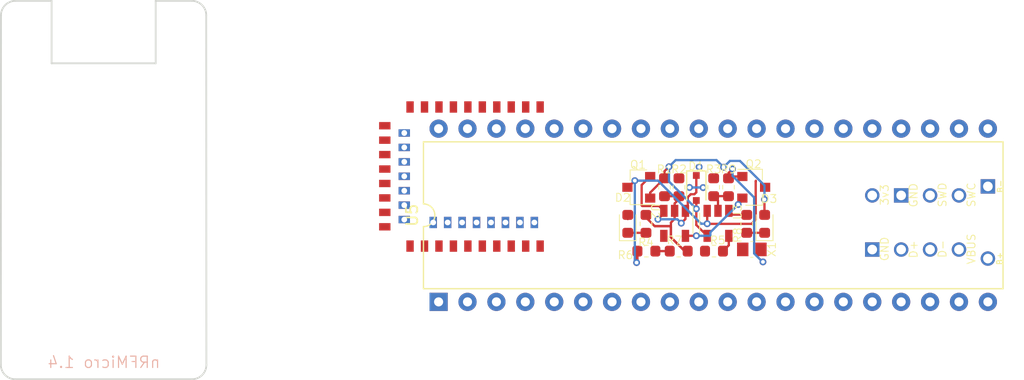
<source format=kicad_pcb>
(kicad_pcb (version 20171130) (host pcbnew "(5.1.5-0-10_14)")

  (general
    (thickness 1.6)
    (drawings 17)
    (tracks 139)
    (zones 0)
    (modules 22)
    (nets 60)
  )

  (page A4)
  (layers
    (0 F.Cu signal)
    (31 B.Cu signal)
    (32 B.Adhes user)
    (33 F.Adhes user)
    (34 B.Paste user)
    (35 F.Paste user)
    (36 B.SilkS user)
    (37 F.SilkS user)
    (38 B.Mask user)
    (39 F.Mask user)
    (40 Dwgs.User user)
    (41 Cmts.User user)
    (42 Eco1.User user)
    (43 Eco2.User user)
    (44 Edge.Cuts user)
    (45 Margin user)
    (46 B.CrtYd user)
    (47 F.CrtYd user)
    (48 B.Fab user)
    (49 F.Fab user)
  )

  (setup
    (last_trace_width 0.2)
    (user_trace_width 0.2)
    (user_trace_width 0.4)
    (trace_clearance 0.2)
    (zone_clearance 0.2)
    (zone_45_only no)
    (trace_min 0.2)
    (via_size 0.6)
    (via_drill 0.33)
    (via_min_size 0.6)
    (via_min_drill 0.33)
    (uvia_size 0.3)
    (uvia_drill 0.1)
    (uvias_allowed no)
    (uvia_min_size 0.2)
    (uvia_min_drill 0.1)
    (edge_width 0.15)
    (segment_width 0.2)
    (pcb_text_width 0.3)
    (pcb_text_size 1.5 1.5)
    (mod_edge_width 0.08)
    (mod_text_size 0.7 0.7)
    (mod_text_width 0.08)
    (pad_size 1 1.2)
    (pad_drill 0)
    (pad_to_mask_clearance 0)
    (solder_mask_min_width 0.25)
    (aux_axis_origin 0 0)
    (visible_elements 7FFFFFFF)
    (pcbplotparams
      (layerselection 0x010fc_ffffffff)
      (usegerberextensions true)
      (usegerberattributes false)
      (usegerberadvancedattributes false)
      (creategerberjobfile false)
      (excludeedgelayer true)
      (linewidth 0.100000)
      (plotframeref false)
      (viasonmask false)
      (mode 1)
      (useauxorigin false)
      (hpglpennumber 1)
      (hpglpenspeed 20)
      (hpglpendiameter 15.000000)
      (psnegative false)
      (psa4output false)
      (plotreference true)
      (plotvalue true)
      (plotinvisibletext false)
      (padsonsilk false)
      (subtractmaskfromsilk false)
      (outputformat 1)
      (mirror false)
      (drillshape 0)
      (scaleselection 1)
      (outputdirectory "nRFMicro1.4-Gerbers/"))
  )

  (net 0 "")
  (net 1 GND)
  (net 2 RESET)
  (net 3 /P0.02)
  (net 4 /P0.29)
  (net 5 /P0.30)
  (net 6 /P0.31)
  (net 7 /P0.10)
  (net 8 /P0.09)
  (net 9 VBUS)
  (net 10 VBAT)
  (net 11 DATA+)
  (net 12 DATA-)
  (net 13 /P1.13)
  (net 14 /P1.11)
  (net 15 /P0.20)
  (net 16 /P0.13)
  (net 17 /P0.15)
  (net 18 /P0.17)
  (net 19 /P0.22)
  (net 20 /P0.24)
  (net 21 BLUE_LED)
  (net 22 /P0.03)
  (net 23 /P0.28)
  (net 24 /P0.00)
  (net 25 /P0.01)
  (net 26 /P1.06)
  (net 27 /P1.04)
  (net 28 SWC)
  (net 29 SWD)
  (net 30 POWER_PIN)
  (net 31 /P0.26)
  (net 32 DCCH)
  (net 33 CC2)
  (net 34 CC1)
  (net 35 EXT_VCC)
  (net 36 "Net-(D2-Pad1)")
  (net 37 /P1.00)
  (net 38 /P1.02)
  (net 39 /P0.12)
  (net 40 "Net-(U2-Pad4)")
  (net 41 /P0.07)
  (net 42 nRF_VDD)
  (net 43 "Net-(R5-Pad1)")
  (net 44 /P0.06)
  (net 45 /P0.08)
  (net 46 BATTERY_PIN)
  (net 47 PROG)
  (net 48 "Net-(D3-Pad1)")
  (net 49 "Net-(R8-Pad2)")
  (net 50 "Net-(D1-Pad1)")
  (net 51 "Net-(U5-Pad15)")
  (net 52 "Net-(U5-Pad14)")
  (net 53 "Net-(U5-Pad13)")
  (net 54 "Net-(U5-Pad32)")
  (net 55 "Net-(U5-Pad12)")
  (net 56 "Net-(U5-Pad29)")
  (net 57 SCK)
  (net 58 MISO)
  (net 59 MOSI)

  (net_class Default "This is the default net class."
    (clearance 0.2)
    (trace_width 0.2)
    (via_dia 0.6)
    (via_drill 0.33)
    (uvia_dia 0.3)
    (uvia_drill 0.1)
    (add_net /P0.00)
    (add_net /P0.01)
    (add_net /P0.02)
    (add_net /P0.03)
    (add_net /P0.06)
    (add_net /P0.07)
    (add_net /P0.08)
    (add_net /P0.09)
    (add_net /P0.10)
    (add_net /P0.12)
    (add_net /P0.13)
    (add_net /P0.15)
    (add_net /P0.17)
    (add_net /P0.20)
    (add_net /P0.22)
    (add_net /P0.24)
    (add_net /P0.26)
    (add_net /P0.28)
    (add_net /P0.29)
    (add_net /P0.30)
    (add_net /P0.31)
    (add_net /P1.00)
    (add_net /P1.02)
    (add_net /P1.04)
    (add_net /P1.06)
    (add_net /P1.11)
    (add_net /P1.13)
    (add_net BATTERY_PIN)
    (add_net BLUE_LED)
    (add_net CC1)
    (add_net CC2)
    (add_net DATA+)
    (add_net DATA-)
    (add_net DCCH)
    (add_net EXT_VCC)
    (add_net GND)
    (add_net MISO)
    (add_net MOSI)
    (add_net "Net-(D1-Pad1)")
    (add_net "Net-(D2-Pad1)")
    (add_net "Net-(D3-Pad1)")
    (add_net "Net-(R5-Pad1)")
    (add_net "Net-(R8-Pad2)")
    (add_net "Net-(U2-Pad4)")
    (add_net "Net-(U5-Pad12)")
    (add_net "Net-(U5-Pad13)")
    (add_net "Net-(U5-Pad14)")
    (add_net "Net-(U5-Pad15)")
    (add_net "Net-(U5-Pad29)")
    (add_net "Net-(U5-Pad32)")
    (add_net POWER_PIN)
    (add_net PROG)
    (add_net RESET)
    (add_net SCK)
    (add_net SWC)
    (add_net SWD)
    (add_net VBAT)
    (add_net VBUS)
    (add_net nRF_VDD)
  )

  (net_class Power ""
    (clearance 0.2)
    (trace_width 0.2)
    (via_dia 0.6)
    (via_drill 0.33)
    (uvia_dia 0.3)
    (uvia_drill 0.1)
  )

  (module nrfmicro:connector_bat (layer F.Cu) (tedit 5F9F3798) (tstamp 5F9F85C1)
    (at 105.41 38.735 90)
    (path /5F6FE749)
    (fp_text reference J3 (at 0 0 90) (layer F.Fab)
      (effects (font (size 1 1) (thickness 0.15)))
    )
    (fp_text value Ex_Bat (at 0 -2.38125 90) (layer F.Fab)
      (effects (font (size 1 1) (thickness 0.15)))
    )
    (fp_text user B+ (at -2.54 1.05 90) (layer F.SilkS)
      (effects (font (size 0.5 0.5) (thickness 0.08)))
    )
    (fp_text user B- (at 3.81 1.1 -90) (layer F.SilkS)
      (effects (font (size 0.5 0.5) (thickness 0.08)))
    )
    (fp_text user B- (at 3.81 1.1 -90) (layer F.SilkS)
      (effects (font (size 0.5 0.5) (thickness 0.08)))
    )
    (fp_text user B+ (at -2.54 1.05 90) (layer F.SilkS)
      (effects (font (size 0.5 0.5) (thickness 0.08)))
    )
    (pad 1 thru_hole circle (at -2.54 0 180) (size 1.27 1.27) (drill 0.85) (layers *.Cu *.Mask)
      (net 10 VBAT))
    (pad 2 thru_hole rect (at 3.81 0 90) (size 1.27 1.27) (drill 0.85) (layers *.Cu *.Mask)
      (net 1 GND))
  )

  (module Package_DIP:DIP-40_W15.24mm (layer F.Cu) (tedit 5A02E8C5) (tstamp 5F9F3B63)
    (at 57.15 45.085 90)
    (descr "40-lead though-hole mounted DIP package, row spacing 15.24 mm (600 mils)")
    (tags "THT DIP DIL PDIP 2.54mm 15.24mm 600mil")
    (path /5FA7B77E)
    (fp_text reference U5 (at 7.62 -2.33 90) (layer F.SilkS)
      (effects (font (size 1 1) (thickness 0.15)))
    )
    (fp_text value ATmega32A-P (at 7.62 50.59 90) (layer F.Fab)
      (effects (font (size 1 1) (thickness 0.15)))
    )
    (fp_text user %R (at 7.62 24.13 90) (layer F.Fab)
      (effects (font (size 1 1) (thickness 0.15)))
    )
    (fp_line (start 16.3 -1.55) (end -1.05 -1.55) (layer F.CrtYd) (width 0.05))
    (fp_line (start 16.3 49.8) (end 16.3 -1.55) (layer F.CrtYd) (width 0.05))
    (fp_line (start -1.05 49.8) (end 16.3 49.8) (layer F.CrtYd) (width 0.05))
    (fp_line (start -1.05 -1.55) (end -1.05 49.8) (layer F.CrtYd) (width 0.05))
    (fp_line (start 14.08 -1.33) (end 8.62 -1.33) (layer F.SilkS) (width 0.12))
    (fp_line (start 14.08 49.59) (end 14.08 -1.33) (layer F.SilkS) (width 0.12))
    (fp_line (start 1.16 49.59) (end 14.08 49.59) (layer F.SilkS) (width 0.12))
    (fp_line (start 1.16 -1.33) (end 1.16 49.59) (layer F.SilkS) (width 0.12))
    (fp_line (start 6.62 -1.33) (end 1.16 -1.33) (layer F.SilkS) (width 0.12))
    (fp_line (start 0.255 -0.27) (end 1.255 -1.27) (layer F.Fab) (width 0.1))
    (fp_line (start 0.255 49.53) (end 0.255 -0.27) (layer F.Fab) (width 0.1))
    (fp_line (start 14.985 49.53) (end 0.255 49.53) (layer F.Fab) (width 0.1))
    (fp_line (start 14.985 -1.27) (end 14.985 49.53) (layer F.Fab) (width 0.1))
    (fp_line (start 1.255 -1.27) (end 14.985 -1.27) (layer F.Fab) (width 0.1))
    (fp_arc (start 7.62 -1.33) (end 6.62 -1.33) (angle -180) (layer F.SilkS) (width 0.12))
    (pad 40 thru_hole oval (at 15.24 0 90) (size 1.6 1.6) (drill 0.8) (layers *.Cu *.Mask)
      (net 45 /P0.08))
    (pad 20 thru_hole oval (at 0 48.26 90) (size 1.6 1.6) (drill 0.8) (layers *.Cu *.Mask)
      (net 23 /P0.28))
    (pad 39 thru_hole oval (at 15.24 2.54 90) (size 1.6 1.6) (drill 0.8) (layers *.Cu *.Mask)
      (net 44 /P0.06))
    (pad 19 thru_hole oval (at 0 45.72 90) (size 1.6 1.6) (drill 0.8) (layers *.Cu *.Mask)
      (net 41 /P0.07))
    (pad 38 thru_hole oval (at 15.24 5.08 90) (size 1.6 1.6) (drill 0.8) (layers *.Cu *.Mask)
      (net 26 /P1.06))
    (pad 18 thru_hole oval (at 0 43.18 90) (size 1.6 1.6) (drill 0.8) (layers *.Cu *.Mask)
      (net 39 /P0.12))
    (pad 37 thru_hole oval (at 15.24 7.62 90) (size 1.6 1.6) (drill 0.8) (layers *.Cu *.Mask)
      (net 7 /P0.10))
    (pad 17 thru_hole oval (at 0 40.64 90) (size 1.6 1.6) (drill 0.8) (layers *.Cu *.Mask)
      (net 12 DATA-))
    (pad 36 thru_hole oval (at 15.24 10.16 90) (size 1.6 1.6) (drill 0.8) (layers *.Cu *.Mask)
      (net 8 /P0.09))
    (pad 16 thru_hole oval (at 0 38.1 90) (size 1.6 1.6) (drill 0.8) (layers *.Cu *.Mask)
      (net 11 DATA+))
    (pad 35 thru_hole oval (at 15.24 12.7 90) (size 1.6 1.6) (drill 0.8) (layers *.Cu *.Mask)
      (net 20 /P0.24))
    (pad 15 thru_hole oval (at 0 35.56 90) (size 1.6 1.6) (drill 0.8) (layers *.Cu *.Mask)
      (net 51 "Net-(U5-Pad15)"))
    (pad 34 thru_hole oval (at 15.24 15.24 90) (size 1.6 1.6) (drill 0.8) (layers *.Cu *.Mask)
      (net 16 /P0.13))
    (pad 14 thru_hole oval (at 0 33.02 90) (size 1.6 1.6) (drill 0.8) (layers *.Cu *.Mask)
      (net 52 "Net-(U5-Pad14)"))
    (pad 33 thru_hole oval (at 15.24 17.78 90) (size 1.6 1.6) (drill 0.8) (layers *.Cu *.Mask)
      (net 15 /P0.20))
    (pad 13 thru_hole oval (at 0 30.48 90) (size 1.6 1.6) (drill 0.8) (layers *.Cu *.Mask)
      (net 53 "Net-(U5-Pad13)"))
    (pad 32 thru_hole oval (at 15.24 20.32 90) (size 1.6 1.6) (drill 0.8) (layers *.Cu *.Mask)
      (net 54 "Net-(U5-Pad32)"))
    (pad 12 thru_hole oval (at 0 27.94 90) (size 1.6 1.6) (drill 0.8) (layers *.Cu *.Mask)
      (net 55 "Net-(U5-Pad12)"))
    (pad 31 thru_hole oval (at 15.24 22.86 90) (size 1.6 1.6) (drill 0.8) (layers *.Cu *.Mask)
      (net 1 GND))
    (pad 11 thru_hole oval (at 0 25.4 90) (size 1.6 1.6) (drill 0.8) (layers *.Cu *.Mask)
      (net 1 GND))
    (pad 30 thru_hole oval (at 15.24 25.4 90) (size 1.6 1.6) (drill 0.8) (layers *.Cu *.Mask)
      (net 9 VBUS))
    (pad 10 thru_hole oval (at 0 22.86 90) (size 1.6 1.6) (drill 0.8) (layers *.Cu *.Mask)
      (net 9 VBUS))
    (pad 29 thru_hole oval (at 15.24 27.94 90) (size 1.6 1.6) (drill 0.8) (layers *.Cu *.Mask)
      (net 56 "Net-(U5-Pad29)"))
    (pad 9 thru_hole oval (at 0 20.32 90) (size 1.6 1.6) (drill 0.8) (layers *.Cu *.Mask)
      (net 2 RESET))
    (pad 28 thru_hole oval (at 15.24 30.48 90) (size 1.6 1.6) (drill 0.8) (layers *.Cu *.Mask)
      (net 22 /P0.03))
    (pad 8 thru_hole oval (at 0 17.78 90) (size 1.6 1.6) (drill 0.8) (layers *.Cu *.Mask)
      (net 57 SCK))
    (pad 27 thru_hole oval (at 15.24 33.02 90) (size 1.6 1.6) (drill 0.8) (layers *.Cu *.Mask)
      (net 13 /P1.13))
    (pad 7 thru_hole oval (at 0 15.24 90) (size 1.6 1.6) (drill 0.8) (layers *.Cu *.Mask)
      (net 58 MISO))
    (pad 26 thru_hole oval (at 15.24 35.56 90) (size 1.6 1.6) (drill 0.8) (layers *.Cu *.Mask)
      (net 3 /P0.02))
    (pad 6 thru_hole oval (at 0 12.7 90) (size 1.6 1.6) (drill 0.8) (layers *.Cu *.Mask)
      (net 59 MOSI))
    (pad 25 thru_hole oval (at 15.24 38.1 90) (size 1.6 1.6) (drill 0.8) (layers *.Cu *.Mask)
      (net 4 /P0.29))
    (pad 5 thru_hole oval (at 0 10.16 90) (size 1.6 1.6) (drill 0.8) (layers *.Cu *.Mask)
      (net 18 /P0.17))
    (pad 24 thru_hole oval (at 15.24 40.64 90) (size 1.6 1.6) (drill 0.8) (layers *.Cu *.Mask)
      (net 6 /P0.31))
    (pad 4 thru_hole oval (at 0 7.62 90) (size 1.6 1.6) (drill 0.8) (layers *.Cu *.Mask)
      (net 27 /P1.04))
    (pad 23 thru_hole oval (at 15.24 43.18 90) (size 1.6 1.6) (drill 0.8) (layers *.Cu *.Mask)
      (net 5 /P0.30))
    (pad 3 thru_hole oval (at 0 5.08 90) (size 1.6 1.6) (drill 0.8) (layers *.Cu *.Mask)
      (net 38 /P1.02))
    (pad 22 thru_hole oval (at 15.24 45.72 90) (size 1.6 1.6) (drill 0.8) (layers *.Cu *.Mask)
      (net 17 /P0.15))
    (pad 2 thru_hole oval (at 0 2.54 90) (size 1.6 1.6) (drill 0.8) (layers *.Cu *.Mask)
      (net 37 /P1.00))
    (pad 21 thru_hole oval (at 15.24 48.26 90) (size 1.6 1.6) (drill 0.8) (layers *.Cu *.Mask)
      (net 14 /P1.11))
    (pad 1 thru_hole rect (at 0 0 90) (size 1.6 1.6) (drill 0.8) (layers *.Cu *.Mask)
      (net 19 /P0.22))
    (model ${KISYS3DMOD}/Package_DIP.3dshapes/DIP-40_W15.24mm.wrl
      (at (xyz 0 0 0))
      (scale (xyz 1 1 1))
      (rotate (xyz 0 0 0))
    )
  )

  (module Resistor_SMD:R_0603_1608Metric (layer F.Cu) (tedit 5B301BBD) (tstamp 5F9F8EB9)
    (at 81.3156 35.002 270)
    (descr "Resistor SMD 0603 (1608 Metric), square (rectangular) end terminal, IPC_7351 nominal, (Body size source: http://www.tortai-tech.com/upload/download/2011102023233369053.pdf), generated with kicad-footprint-generator")
    (tags resistor)
    (path /5CAA879F)
    (attr smd)
    (fp_text reference R3 (at -1.582 -0.0044 180) (layer F.SilkS)
      (effects (font (size 0.7 0.7) (thickness 0.08)))
    )
    (fp_text value 5.1K (at 0 1.43 270) (layer F.Fab)
      (effects (font (size 1 1) (thickness 0.15)))
    )
    (fp_line (start 1.48 0.73) (end -1.48 0.73) (layer F.CrtYd) (width 0.05))
    (fp_line (start 1.48 -0.73) (end 1.48 0.73) (layer F.CrtYd) (width 0.05))
    (fp_line (start -1.48 -0.73) (end 1.48 -0.73) (layer F.CrtYd) (width 0.05))
    (fp_line (start -1.48 0.73) (end -1.48 -0.73) (layer F.CrtYd) (width 0.05))
    (fp_line (start -0.162779 0.51) (end 0.162779 0.51) (layer F.SilkS) (width 0.08))
    (fp_line (start -0.162779 -0.51) (end 0.162779 -0.51) (layer F.SilkS) (width 0.08))
    (fp_line (start 0.8 0.4) (end -0.8 0.4) (layer F.Fab) (width 0.15))
    (fp_line (start 0.8 -0.4) (end 0.8 0.4) (layer F.Fab) (width 0.15))
    (fp_line (start -0.8 -0.4) (end 0.8 -0.4) (layer F.Fab) (width 0.15))
    (fp_line (start -0.8 0.4) (end -0.8 -0.4) (layer F.Fab) (width 0.15))
    (fp_text user %R (at 0 0 270) (layer F.Fab)
      (effects (font (size 1 1) (thickness 0.15)))
    )
    (pad 2 smd roundrect (at 0.7875 0 270) (size 0.875 0.95) (layers F.Cu F.Paste F.Mask) (roundrect_rratio 0.25)
      (net 1 GND))
    (pad 1 smd roundrect (at -0.7875 0 270) (size 0.875 0.95) (layers F.Cu F.Paste F.Mask) (roundrect_rratio 0.25)
      (net 34 CC1))
    (model ${KISYS3DMOD}/Resistor_SMD.3dshapes/R_0603_1608Metric.wrl
      (at (xyz 0 0 0))
      (scale (xyz 1 1 1))
      (rotate (xyz 0 0 0))
    )
  )

  (module Diode_SMD:D_SOD-323F (layer F.Cu) (tedit 5F7C2C7F) (tstamp 5F9F8E7B)
    (at 79.7916 35.0655 270)
    (descr "SOD-323F http://www.nxp.com/documents/outline_drawing/SOD323F.pdf")
    (tags SOD-323F)
    (path /5B158495)
    (attr smd)
    (fp_text reference D1 (at -1.9205 0.0216 180) (layer F.SilkS)
      (effects (font (size 0.7 0.7) (thickness 0.08)))
    )
    (fp_text value 1N5819 (at 0.1 1.9 90) (layer F.Fab)
      (effects (font (size 1 1) (thickness 0.15)))
    )
    (fp_line (start -1.5 -0.85) (end -1.5 0.85) (layer F.SilkS) (width 0.12))
    (fp_line (start 0.2 0) (end 0.45 0) (layer F.Fab) (width 0.1))
    (fp_line (start 0.2 0.35) (end -0.3 0) (layer F.Fab) (width 0.1))
    (fp_line (start 0.2 -0.35) (end 0.2 0.35) (layer F.Fab) (width 0.1))
    (fp_line (start -0.3 0) (end 0.2 -0.35) (layer F.Fab) (width 0.1))
    (fp_line (start -0.3 0) (end -0.5 0) (layer F.Fab) (width 0.1))
    (fp_line (start -0.3 -0.35) (end -0.3 0.35) (layer F.Fab) (width 0.1))
    (fp_line (start -0.9 0.7) (end -0.9 -0.7) (layer F.Fab) (width 0.1))
    (fp_line (start 0.9 0.7) (end -0.9 0.7) (layer F.Fab) (width 0.1))
    (fp_line (start 0.9 -0.7) (end 0.9 0.7) (layer F.Fab) (width 0.1))
    (fp_line (start -0.9 -0.7) (end 0.9 -0.7) (layer F.Fab) (width 0.1))
    (fp_line (start -1.6 -0.95) (end 1.6 -0.95) (layer F.CrtYd) (width 0.05))
    (fp_line (start 1.6 -0.95) (end 1.6 0.95) (layer F.CrtYd) (width 0.05))
    (fp_line (start -1.6 0.95) (end 1.6 0.95) (layer F.CrtYd) (width 0.05))
    (fp_line (start -1.6 -0.95) (end -1.6 0.95) (layer F.CrtYd) (width 0.05))
    (fp_line (start -1.5 0.85) (end 1.05 0.85) (layer F.SilkS) (width 0.12))
    (fp_line (start -1.5 -0.85) (end 1.05 -0.85) (layer F.SilkS) (width 0.12))
    (fp_text user %R (at 0 -1.85 90) (layer F.Fab)
      (effects (font (size 1 1) (thickness 0.15)))
    )
    (pad 2 smd rect (at 1.1 0 270) (size 0.6 0.6) (layers F.Cu F.Paste F.Mask)
      (net 9 VBUS))
    (pad 1 smd rect (at -1.1 0 270) (size 0.6 0.6) (layers F.Cu F.Paste F.Mask)
      (net 50 "Net-(D1-Pad1)"))
    (model ${KISYS3DMOD}/Diode_SMD.3dshapes/D_SOD-323F.wrl
      (at (xyz 0 0 0))
      (scale (xyz 1 1 1))
      (rotate (xyz 0 0 0))
    )
  )

  (module Resistor_SMD:R_0603_1608Metric (layer F.Cu) (tedit 5B301BBD) (tstamp 5F9F8E44)
    (at 75.37 38.22 90)
    (descr "Resistor SMD 0603 (1608 Metric), square (rectangular) end terminal, IPC_7351 nominal, (Body size source: http://www.tortai-tech.com/upload/download/2011102023233369053.pdf), generated with kicad-footprint-generator")
    (tags resistor)
    (path /5EBF5A4E)
    (attr smd)
    (fp_text reference R4 (at -1.625 0 unlocked) (layer F.SilkS)
      (effects (font (size 0.7 0.7) (thickness 0.08)))
    )
    (fp_text value 1K (at 0 1.43 90) (layer F.Fab)
      (effects (font (size 1 1) (thickness 0.15)))
    )
    (fp_line (start 1.48 0.73) (end -1.48 0.73) (layer F.CrtYd) (width 0.05))
    (fp_line (start 1.48 -0.73) (end 1.48 0.73) (layer F.CrtYd) (width 0.05))
    (fp_line (start -1.48 -0.73) (end 1.48 -0.73) (layer F.CrtYd) (width 0.05))
    (fp_line (start -1.48 0.73) (end -1.48 -0.73) (layer F.CrtYd) (width 0.05))
    (fp_line (start -0.162779 0.51) (end 0.162779 0.51) (layer F.SilkS) (width 0.08))
    (fp_line (start -0.162779 -0.51) (end 0.162779 -0.51) (layer F.SilkS) (width 0.08))
    (fp_line (start 0.8 0.4) (end -0.8 0.4) (layer F.Fab) (width 0.15))
    (fp_line (start 0.8 -0.4) (end 0.8 0.4) (layer F.Fab) (width 0.15))
    (fp_line (start -0.8 -0.4) (end 0.8 -0.4) (layer F.Fab) (width 0.15))
    (fp_line (start -0.8 0.4) (end -0.8 -0.4) (layer F.Fab) (width 0.15))
    (fp_text user %R (at 0 0 90) (layer F.Fab)
      (effects (font (size 1 1) (thickness 0.15)))
    )
    (pad 2 smd roundrect (at 0.7875 0 90) (size 0.875 0.95) (layers F.Cu F.Paste F.Mask) (roundrect_rratio 0.25)
      (net 1 GND))
    (pad 1 smd roundrect (at -0.7875 0 90) (size 0.875 0.95) (layers F.Cu F.Paste F.Mask) (roundrect_rratio 0.25)
      (net 36 "Net-(D2-Pad1)"))
    (model ${KISYS3DMOD}/Resistor_SMD.3dshapes/R_0603_1608Metric.wrl
      (at (xyz 0 0 0))
      (scale (xyz 1 1 1))
      (rotate (xyz 0 0 0))
    )
  )

  (module Package_TO_SOT_SMD:SOT-23-5 (layer F.Cu) (tedit 5F75FF15) (tstamp 5F9F8E0E)
    (at 81.6966 38.177 270)
    (descr "5-pin SOT23 package")
    (tags SOT-23-5)
    (path /5EC2C51F)
    (attr smd)
    (fp_text reference U3 (at -1.007 -1.7234 90) (layer F.SilkS)
      (effects (font (size 0.7 0.7) (thickness 0.08)))
    )
    (fp_text value TP4054 (at 0 2.9 270) (layer F.Fab)
      (effects (font (size 1 1) (thickness 0.15)))
    )
    (fp_line (start -0.9 1.61) (end 0.9 1.61) (layer F.SilkS) (width 0.08))
    (fp_line (start -1.9 -1.8) (end 1.9 -1.8) (layer F.CrtYd) (width 0.05))
    (fp_line (start 1.9 -1.8) (end 1.9 1.8) (layer F.CrtYd) (width 0.05))
    (fp_line (start 1.9 1.8) (end -1.9 1.8) (layer F.CrtYd) (width 0.05))
    (fp_line (start -1.9 1.8) (end -1.9 -1.8) (layer F.CrtYd) (width 0.05))
    (fp_line (start -0.9 -0.9) (end -0.25 -1.55) (layer F.Fab) (width 0.15))
    (fp_line (start 0.9 -1.55) (end -0.25 -1.55) (layer F.Fab) (width 0.15))
    (fp_line (start -0.9 -0.9) (end -0.9 1.55) (layer F.Fab) (width 0.15))
    (fp_line (start 0.9 1.55) (end -0.9 1.55) (layer F.Fab) (width 0.15))
    (fp_line (start 0.9 -1.55) (end 0.9 1.55) (layer F.Fab) (width 0.15))
    (fp_text user %R (at 0 0 180) (layer F.Fab)
      (effects (font (size 1 1) (thickness 0.15)))
    )
    (pad 1 smd rect (at -1.1 -0.95 270) (size 1.06 0.65) (layers F.Cu F.Paste F.Mask)
      (net 49 "Net-(R8-Pad2)"))
    (pad 2 smd rect (at -1.1 0 270) (size 1.06 0.65) (layers F.Cu F.Paste F.Mask)
      (net 1 GND))
    (pad 3 smd rect (at -1.1 0.95 270) (size 1.06 0.65) (layers F.Cu F.Paste F.Mask)
      (net 10 VBAT))
    (pad 4 smd rect (at 1.1 0.95 270) (size 1.06 0.65) (layers F.Cu F.Paste F.Mask)
      (net 9 VBUS))
    (pad 5 smd rect (at 1.1 -0.95 270) (size 1.06 0.65) (layers F.Cu F.Paste F.Mask)
      (net 43 "Net-(R5-Pad1)"))
    (model ${KISYS3DMOD}/Package_TO_SOT_SMD.3dshapes/SOT-23-5.wrl
      (at (xyz 0 0 0))
      (scale (xyz 1 1 1))
      (rotate (xyz 0 0 0))
    )
  )

  (module Crystal:Crystal_SMD_MicroCrystal_CM9V-T1A-2Pin_1.6x1.0mm (layer F.Cu) (tedit 5F83AF81) (tstamp 5F9F8DD9)
    (at 84.67 40.47)
    (descr "SMD Crystal MicroCrystal CM9V-T1A series https://www.microcrystal.com/fileadmin/Media/Products/32kHz/Datasheet/CM9V-T1A.pdf, 1.6x1.0mm^2 package")
    (tags "SMD SMT crystal")
    (path /5F764467)
    (attr smd)
    (fp_text reference X1 (at 1.75 0 90) (layer F.SilkS)
      (effects (font (size 0.7 0.7) (thickness 0.08)))
    )
    (fp_text value 32.768kHz (at 0 1.7) (layer F.Fab)
      (effects (font (size 1 1) (thickness 0.15)))
    )
    (fp_line (start -0.8 -0.5) (end -0.8 0.5) (layer F.Fab) (width 0.15))
    (fp_line (start -0.8 0.5) (end 0.8 0.5) (layer F.Fab) (width 0.15))
    (fp_line (start 0.8 0.5) (end 0.8 -0.5) (layer F.Fab) (width 0.15))
    (fp_line (start 0.8 -0.5) (end -0.8 -0.5) (layer F.Fab) (width 0.15))
    (fp_line (start -0.8 0) (end -0.3 0.5) (layer F.Fab) (width 0.15))
    (fp_line (start -0.1 -0.7) (end 0.1 -0.7) (layer F.SilkS) (width 0.08))
    (fp_line (start -0.1 0.7) (end 0.1 0.7) (layer F.SilkS) (width 0.08))
    (fp_line (start -1.2 -0.9) (end -1.2 0.9) (layer F.CrtYd) (width 0.05))
    (fp_line (start -1.2 0.9) (end 1.2 0.9) (layer F.CrtYd) (width 0.05))
    (fp_line (start 1.2 0.9) (end 1.2 -0.9) (layer F.CrtYd) (width 0.05))
    (fp_line (start 1.2 -0.9) (end -1.2 -0.9) (layer F.CrtYd) (width 0.05))
    (fp_text user %R (at 0 0) (layer F.Fab)
      (effects (font (size 1 1) (thickness 0.15)))
    )
    (pad 1 smd rect (at -0.8 0) (size 1 1.2) (layers F.Cu F.Paste F.Mask)
      (net 25 /P0.01))
    (pad 2 smd rect (at 0.8 0) (size 1 1.2) (layers F.Cu F.Paste F.Mask)
      (net 24 /P0.00))
    (model ${KISYS3DMOD}/Crystal.3dshapes/Crystal_SMD_MicroCrystal_CM9V-T1A-2Pin_1.6x1.0mm.wrl
      (at (xyz 0 0 0))
      (scale (xyz 1 1 1))
      (rotate (xyz 0 0 0))
    )
  )

  (module LED_SMD:LED_0603_1608Metric (layer F.Cu) (tedit 5B301BBE) (tstamp 5F9F8DA4)
    (at 73.77 38.22 90)
    (descr "LED SMD 0603 (1608 Metric), square (rectangular) end terminal, IPC_7351 nominal, (Body size source: http://www.tortai-tech.com/upload/download/2011102023233369053.pdf), generated with kicad-footprint-generator")
    (tags diode)
    (path /5EB6247D)
    (attr smd)
    (fp_text reference D2 (at 2.3 -0.45) (layer F.SilkS)
      (effects (font (size 0.7 0.7) (thickness 0.08)))
    )
    (fp_text value BLUE (at 0 1.43 270) (layer F.Fab)
      (effects (font (size 1 1) (thickness 0.15)))
    )
    (fp_line (start 1.48 0.73) (end -1.48 0.73) (layer F.CrtYd) (width 0.05))
    (fp_line (start 1.48 -0.73) (end 1.48 0.73) (layer F.CrtYd) (width 0.05))
    (fp_line (start -1.48 -0.73) (end 1.48 -0.73) (layer F.CrtYd) (width 0.05))
    (fp_line (start -1.48 0.73) (end -1.48 -0.73) (layer F.CrtYd) (width 0.05))
    (fp_line (start -1.485 0.735) (end 0.8 0.735) (layer F.SilkS) (width 0.08))
    (fp_line (start -1.485 -0.735) (end -1.485 0.735) (layer F.SilkS) (width 0.08))
    (fp_line (start 0.8 -0.735) (end -1.485 -0.735) (layer F.SilkS) (width 0.08))
    (fp_line (start 0.8 0.4) (end 0.8 -0.4) (layer F.Fab) (width 0.15))
    (fp_line (start -0.8 0.4) (end 0.8 0.4) (layer F.Fab) (width 0.15))
    (fp_line (start -0.8 -0.1) (end -0.8 0.4) (layer F.Fab) (width 0.15))
    (fp_line (start -0.5 -0.4) (end -0.8 -0.1) (layer F.Fab) (width 0.15))
    (fp_line (start 0.8 -0.4) (end -0.5 -0.4) (layer F.Fab) (width 0.15))
    (fp_text user %R (at 0 0 270) (layer F.Fab)
      (effects (font (size 1 1) (thickness 0.15)))
    )
    (pad 2 smd roundrect (at 0.7875 0 90) (size 0.875 0.95) (layers F.Cu F.Paste F.Mask) (roundrect_rratio 0.25)
      (net 21 BLUE_LED))
    (pad 1 smd roundrect (at -0.7875 0 90) (size 0.875 0.95) (layers F.Cu F.Paste F.Mask) (roundrect_rratio 0.25)
      (net 36 "Net-(D2-Pad1)"))
    (model ${KISYS3DMOD}/LED_SMD.3dshapes/LED_0603_1608Metric.wrl
      (at (xyz 0 0 0))
      (scale (xyz 1 1 1))
      (rotate (xyz 0 0 0))
    )
  )

  (module LED_SMD:LED_0603_1608Metric (layer F.Cu) (tedit 5B301BBE) (tstamp 5F9F8D6E)
    (at 85.795 38.22 90)
    (descr "LED SMD 0603 (1608 Metric), square (rectangular) end terminal, IPC_7351 nominal, (Body size source: http://www.tortai-tech.com/upload/download/2011102023233369053.pdf), generated with kicad-footprint-generator")
    (tags diode)
    (path /5F6FEF9E)
    (attr smd)
    (fp_text reference D3 (at 2.2 0.425 180) (layer F.SilkS)
      (effects (font (size 0.7 0.7) (thickness 0.08)))
    )
    (fp_text value RED (at 0 1.43 90) (layer F.Fab)
      (effects (font (size 1 1) (thickness 0.15)))
    )
    (fp_line (start 1.48 0.73) (end -1.48 0.73) (layer F.CrtYd) (width 0.05))
    (fp_line (start 1.48 -0.73) (end 1.48 0.73) (layer F.CrtYd) (width 0.05))
    (fp_line (start -1.48 -0.73) (end 1.48 -0.73) (layer F.CrtYd) (width 0.05))
    (fp_line (start -1.48 0.73) (end -1.48 -0.73) (layer F.CrtYd) (width 0.05))
    (fp_line (start -1.485 0.735) (end 0.8 0.735) (layer F.SilkS) (width 0.08))
    (fp_line (start -1.485 -0.735) (end -1.485 0.735) (layer F.SilkS) (width 0.08))
    (fp_line (start 0.8 -0.735) (end -1.485 -0.735) (layer F.SilkS) (width 0.08))
    (fp_line (start 0.8 0.4) (end 0.8 -0.4) (layer F.Fab) (width 0.15))
    (fp_line (start -0.8 0.4) (end 0.8 0.4) (layer F.Fab) (width 0.15))
    (fp_line (start -0.8 -0.1) (end -0.8 0.4) (layer F.Fab) (width 0.15))
    (fp_line (start -0.5 -0.4) (end -0.8 -0.1) (layer F.Fab) (width 0.15))
    (fp_line (start 0.8 -0.4) (end -0.5 -0.4) (layer F.Fab) (width 0.15))
    (fp_text user %R (at 0 0 90) (layer F.Fab)
      (effects (font (size 1 1) (thickness 0.15)))
    )
    (pad 1 smd roundrect (at -0.7875 0 90) (size 0.875 0.95) (layers F.Cu F.Paste F.Mask) (roundrect_rratio 0.25)
      (net 48 "Net-(D3-Pad1)"))
    (pad 2 smd roundrect (at 0.7875 0 90) (size 0.875 0.95) (layers F.Cu F.Paste F.Mask) (roundrect_rratio 0.25)
      (net 9 VBUS))
    (model ${KISYS3DMOD}/LED_SMD.3dshapes/LED_0603_1608Metric.wrl
      (at (xyz 0 0 0))
      (scale (xyz 1 1 1))
      (rotate (xyz 0 0 0))
    )
  )

  (module Package_TO_SOT_SMD:SOT-23-5 (layer F.Cu) (tedit 5F75FF0A) (tstamp 5F9F8D36)
    (at 77.8866 38.177 270)
    (descr "5-pin SOT23 package")
    (tags SOT-23-5)
    (path /5EBF7400)
    (attr smd)
    (fp_text reference U2 (at -1.057 1.7166 270 unlocked) (layer F.SilkS)
      (effects (font (size 0.7 0.7) (thickness 0.08)))
    )
    (fp_text value XC6220B331MR-G (at -3.099 1.397 180) (layer F.Fab)
      (effects (font (size 1 1) (thickness 0.15)))
    )
    (fp_line (start 0.9 -1.55) (end 0.9 1.55) (layer F.Fab) (width 0.15))
    (fp_line (start 0.9 1.55) (end -0.9 1.55) (layer F.Fab) (width 0.15))
    (fp_line (start -0.9 -0.9) (end -0.9 1.55) (layer F.Fab) (width 0.15))
    (fp_line (start 0.9 -1.55) (end -0.25 -1.55) (layer F.Fab) (width 0.15))
    (fp_line (start -0.9 -0.9) (end -0.25 -1.55) (layer F.Fab) (width 0.15))
    (fp_line (start -1.9 1.8) (end -1.9 -1.8) (layer F.CrtYd) (width 0.05))
    (fp_line (start 1.9 1.8) (end -1.9 1.8) (layer F.CrtYd) (width 0.05))
    (fp_line (start 1.9 -1.8) (end 1.9 1.8) (layer F.CrtYd) (width 0.05))
    (fp_line (start -1.9 -1.8) (end 1.9 -1.8) (layer F.CrtYd) (width 0.05))
    (fp_line (start 0.9 -1.61) (end -1.55 -1.61) (layer F.SilkS) (width 0.08))
    (fp_text user %R (at 0 0) (layer F.Fab)
      (effects (font (size 1 1) (thickness 0.15)))
    )
    (pad 5 smd rect (at 1.1 -0.95 270) (size 1.06 0.65) (layers F.Cu F.Paste F.Mask)
      (net 42 nRF_VDD))
    (pad 4 smd rect (at 1.1 0.95 270) (size 1.06 0.65) (layers F.Cu F.Paste F.Mask)
      (net 40 "Net-(U2-Pad4)"))
    (pad 3 smd rect (at -1.1 0.95 270) (size 1.06 0.65) (layers F.Cu F.Paste F.Mask)
      (net 50 "Net-(D1-Pad1)"))
    (pad 2 smd rect (at -1.1 0 270) (size 1.06 0.65) (layers F.Cu F.Paste F.Mask)
      (net 1 GND))
    (pad 1 smd rect (at -1.1 -0.95 270) (size 1.06 0.65) (layers F.Cu F.Paste F.Mask)
      (net 50 "Net-(D1-Pad1)"))
    (model ${KISYS3DMOD}/Package_TO_SOT_SMD.3dshapes/SOT-23-5.wrl
      (at (xyz 0 0 0))
      (scale (xyz 1 1 1))
      (rotate (xyz 0 0 0))
    )
  )

  (module nrfmicro:connector_swd (layer B.Cu) (tedit 5F73D64D) (tstamp 5F9F4B20)
    (at 95.25 35.71875 270)
    (descr "Through hole straight pin header, 1x04, 2.54mm pitch, single row")
    (tags "Through hole pin header THT 1x04 2.54mm single row")
    (path /5CDF605B)
    (fp_text reference J2 (at 0 2.33 90) (layer B.SilkS) hide
      (effects (font (size 0.7 0.7) (thickness 0.08)) (justify mirror))
    )
    (fp_text value SWD (at 0 -9.95 90) (layer B.Fab)
      (effects (font (size 1 1) (thickness 0.15)) (justify mirror))
    )
    (fp_text user %R (at -0.127 -3.81 180) (layer B.Fab)
      (effects (font (size 1 1) (thickness 0.15)) (justify mirror))
    )
    (fp_text user 3v3 (at -0.05 -1.084 90 unlocked) (layer F.SilkS)
      (effects (font (size 0.7 0.7) (thickness 0.08)))
    )
    (fp_text user GND (at -0.016 -3.624 90 unlocked) (layer F.SilkS)
      (effects (font (size 0.7 0.7) (thickness 0.08)))
    )
    (fp_text user SWD (at -0.05 -6.164 90 unlocked) (layer F.SilkS)
      (effects (font (size 0.7 0.7) (thickness 0.08)))
    )
    (fp_text user SWC (at -0.05 -8.704 90 unlocked) (layer F.SilkS)
      (effects (font (size 0.7 0.7) (thickness 0.08)))
    )
    (pad 4 thru_hole oval (at 0 -7.62 270) (size 1.27 1.27) (drill 0.85) (layers *.Cu *.Mask)
      (net 28 SWC))
    (pad 3 thru_hole oval (at 0 -5.08 270) (size 1.27 1.27) (drill 0.85) (layers *.Cu *.Mask)
      (net 29 SWD))
    (pad 2 thru_hole rect (at 0 -2.54 270) (size 1.27 1.27) (drill 0.85) (layers *.Cu *.Mask)
      (net 1 GND))
    (pad 1 thru_hole oval (at 0 0 270) (size 1.27 1.27) (drill 0.85) (layers *.Cu *.Mask)
      (net 42 nRF_VDD))
  )

  (module nrfmicro:connector_usb (layer B.Cu) (tedit 5F706450) (tstamp 5F7129FB)
    (at 95.25 40.48125 270)
    (descr "Through hole straight pin header, 1x04, 2.54mm pitch, single row")
    (tags "Through hole pin header THT 1x04 2.54mm single row")
    (path /5F709EBA)
    (fp_text reference J4 (at 0 2.33 90) (layer B.SilkS) hide
      (effects (font (size 0.7 0.7) (thickness 0.08)) (justify mirror))
    )
    (fp_text value Ex_USB (at 0 -9.95 90) (layer B.Fab)
      (effects (font (size 1 1) (thickness 0.15)) (justify mirror))
    )
    (fp_text user VBUS (at -0.05 -8.704 90 unlocked) (layer F.SilkS)
      (effects (font (size 0.7 0.7) (thickness 0.08)))
    )
    (fp_text user D- (at -0.05 -6.164 90 unlocked) (layer F.SilkS)
      (effects (font (size 0.7 0.7) (thickness 0.08)))
    )
    (fp_text user D+ (at -0.016 -3.624 90 unlocked) (layer F.SilkS)
      (effects (font (size 0.7 0.7) (thickness 0.08)))
    )
    (fp_text user GND (at -0.05 -1.084 90 unlocked) (layer F.SilkS)
      (effects (font (size 0.7 0.7) (thickness 0.08)))
    )
    (fp_text user %R (at -0.127 -3.81 180) (layer B.Fab)
      (effects (font (size 1 1) (thickness 0.15)) (justify mirror))
    )
    (pad 1 thru_hole rect (at 0 0 270) (size 1.27 1.27) (drill 0.85) (layers *.Cu *.Mask)
      (net 1 GND))
    (pad 2 thru_hole oval (at 0 -2.54 270) (size 1.27 1.27) (drill 0.85) (layers *.Cu *.Mask)
      (net 11 DATA+))
    (pad 3 thru_hole oval (at 0 -5.08 270) (size 1.27 1.27) (drill 0.85) (layers *.Cu *.Mask)
      (net 12 DATA-))
    (pad 4 thru_hole oval (at 0 -7.62 270) (size 1.27 1.27) (drill 0.85) (layers *.Cu *.Mask)
      (net 9 VBUS))
  )

  (module nrfmicro:E73-2G4M08S1C-52840 (layer F.Cu) (tedit 5EADF992) (tstamp 5F9F924E)
    (at 52.04175 34.059)
    (path /5C7001D3)
    (clearance 0.12)
    (attr smd)
    (fp_text reference U1 (at 8.91825 -0.02286 90) (layer F.SilkS) hide
      (effects (font (size 0.7 0.7) (thickness 0.08)))
    )
    (fp_text value E73-2G4M08S1C (at 10.83056 -3.14706) (layer F.SilkS) hide
      (effects (font (size 0.7 0.7) (thickness 0.08)))
    )
    (fp_line (start 18.034 -6.604) (end -0.127 -6.604) (layer F.Fab) (width 0.15))
    (fp_line (start 18.034 6.604) (end 18.034 -6.604) (layer F.Fab) (width 0.15))
    (fp_line (start -0.127 6.604) (end 18.034 6.604) (layer F.Fab) (width 0.15))
    (fp_line (start -0.127 -6.604) (end -0.127 6.604) (layer F.Fab) (width 0.15))
    (pad 18 thru_hole rect (at 2.092 -0.023 90) (size 0.65 1) (drill 0.5) (layers *.Cu *.Mask F.Paste)
      (net 46 BATTERY_PIN))
    (pad 24 thru_hole rect (at 2.092 3.787 90) (size 0.65 1) (drill 0.5) (layers *.Cu *.Mask F.Paste)
      (net 1 GND))
    (pad 22 thru_hole rect (at 2.092 2.517 90) (size 0.65 1) (drill 0.5) (layers *.Cu *.Mask F.Paste)
      (net 41 /P0.07))
    (pad 16 thru_hole rect (at 2.092 -1.293 90) (size 0.65 1) (drill 0.5) (layers *.Cu *.Mask F.Paste)
      (net 45 /P0.08))
    (pad 20 thru_hole rect (at 2.092 1.247 90) (size 0.65 1) (drill 0.5) (layers *.Cu *.Mask F.Paste)
      (net 39 /P0.12))
    (pad 12 thru_hole rect (at 2.092 -3.833 90) (size 0.65 1) (drill 0.5) (layers *.Cu *.Mask F.Paste)
      (net 31 /P0.26))
    (pad 14 thru_hole rect (at 2.092 -2.563 90) (size 0.65 1) (drill 0.5) (layers *.Cu *.Mask F.Paste)
      (net 44 /P0.06))
    (pad 42 thru_hole rect (at 13.522 4.041) (size 0.65 1) (drill 0.5) (layers *.Cu *.Mask F.Paste)
      (net 26 /P1.06))
    (pad 40 thru_hole rect (at 12.252 4.041) (size 0.65 1) (drill 0.5) (layers *.Cu *.Mask F.Paste)
      (net 27 /P1.04))
    (pad 38 thru_hole rect (at 10.982 4.041) (size 0.65 1) (drill 0.5) (layers *.Cu *.Mask F.Paste)
      (net 38 /P1.02))
    (pad 36 thru_hole rect (at 9.712 4.041) (size 0.65 1) (drill 0.5) (layers *.Cu *.Mask F.Paste)
      (net 37 /P1.00))
    (pad 34 thru_hole rect (at 8.442 4.041) (size 0.65 1) (drill 0.5) (layers *.Cu *.Mask F.Paste)
      (net 19 /P0.22))
    (pad 32 thru_hole rect (at 7.172 4.041) (size 0.65 1) (drill 0.5) (layers *.Cu *.Mask F.Paste)
      (net 15 /P0.20))
    (pad 30 thru_hole rect (at 5.902 4.041) (size 0.65 1) (drill 0.5) (layers *.Cu *.Mask F.Paste)
      (net 18 /P0.17))
    (pad 19 smd rect (at 0.381 0.61 90) (size 0.65 1) (layers F.Cu F.Paste F.Mask)
      (net 42 nRF_VDD))
    (pad 25 smd rect (at 0.381 4.42 90) (size 0.65 1) (layers F.Cu F.Paste F.Mask)
      (net 32 DCCH))
    (pad 17 smd rect (at 0.381 -0.66 90) (size 0.65 1) (layers F.Cu F.Paste F.Mask)
      (net 30 POWER_PIN))
    (pad 15 smd rect (at 0.381 -1.93 90) (size 0.65 1) (layers F.Cu F.Paste F.Mask)
      (net 47 PROG))
    (pad 13 smd rect (at 0.381 -3.2 90) (size 0.65 1) (layers F.Cu F.Paste F.Mask)
      (net 25 /P0.01))
    (pad 21 smd rect (at 0.381 1.88 90) (size 0.65 1) (layers F.Cu F.Paste F.Mask)
      (net 1 GND))
    (pad 11 smd rect (at 0.381 -4.47 90) (size 0.65 1) (layers F.Cu F.Paste F.Mask)
      (net 24 /P0.00))
    (pad 23 smd rect (at 0.381 3.15 90) (size 0.65 1) (layers F.Cu F.Paste F.Mask)
      (net 42 nRF_VDD))
    (pad 26 smd rect (at 2.6 6.119) (size 0.65 1) (layers F.Cu F.Paste F.Mask)
      (net 2 RESET))
    (pad 27 smd rect (at 3.87 6.119) (size 0.65 1) (layers F.Cu F.Paste F.Mask)
      (net 9 VBUS))
    (pad 35 smd rect (at 8.95 6.119) (size 0.65 1) (layers F.Cu F.Paste F.Mask)
      (net 20 /P0.24))
    (pad 29 smd rect (at 5.14 6.119) (size 0.65 1) (layers F.Cu F.Paste F.Mask)
      (net 12 DATA-))
    (pad 37 smd rect (at 10.22 6.119) (size 0.65 1) (layers F.Cu F.Paste F.Mask)
      (net 29 SWD))
    (pad 39 smd rect (at 11.49 6.119) (size 0.65 1) (layers F.Cu F.Paste F.Mask)
      (net 28 SWC))
    (pad 41 smd rect (at 12.76 6.119) (size 0.65 1) (layers F.Cu F.Paste F.Mask)
      (net 8 /P0.09))
    (pad 33 smd rect (at 7.68 6.119) (size 0.65 1) (layers F.Cu F.Paste F.Mask)
      (net 16 /P0.13))
    (pad 43 smd rect (at 14.03 6.119) (size 0.65 1) (layers F.Cu F.Paste F.Mask)
      (net 7 /P0.10))
    (pad 31 smd rect (at 6.41 6.119) (size 0.65 1) (layers F.Cu F.Paste F.Mask)
      (net 11 DATA+))
    (pad 1 smd rect (at 14.03 -6.119) (size 0.65 1) (layers F.Cu F.Paste F.Mask)
      (net 14 /P1.11))
    (pad 2 smd rect (at 12.76 -6.119) (size 0.65 1) (layers F.Cu F.Paste F.Mask)
      (net 21 BLUE_LED))
    (pad 3 smd rect (at 11.49 -6.119) (size 0.65 1) (layers F.Cu F.Paste F.Mask)
      (net 22 /P0.03))
    (pad 4 smd rect (at 10.22 -6.119) (size 0.65 1) (layers F.Cu F.Paste F.Mask)
      (net 23 /P0.28))
    (pad 5 smd rect (at 8.95 -6.119) (size 0.65 1) (layers F.Cu F.Paste F.Mask)
      (net 1 GND))
    (pad 6 smd rect (at 7.68 -6.119) (size 0.65 1) (layers F.Cu F.Paste F.Mask)
      (net 13 /P1.13))
    (pad 7 smd rect (at 6.41 -6.119) (size 0.65 1) (layers F.Cu F.Paste F.Mask)
      (net 3 /P0.02))
    (pad 8 smd rect (at 5.14 -6.119) (size 0.65 1) (layers F.Cu F.Paste F.Mask)
      (net 4 /P0.29))
    (pad 9 smd rect (at 3.87 -6.119) (size 0.65 1) (layers F.Cu F.Paste F.Mask)
      (net 6 /P0.31))
    (pad 10 smd rect (at 2.6 -6.119) (size 0.65 1) (layers F.Cu F.Paste F.Mask)
      (net 5 /P0.30))
    (pad 28 thru_hole rect (at 4.632 4.041) (size 0.65 1) (drill 0.5) (layers *.Cu *.Mask F.Paste)
      (net 17 /P0.15))
    (model ${KIPRJMOD}/nrfmicro.pretty/3d/USB-C-C168688-unshielded.step
      (at (xyz 0 0 0))
      (scale (xyz 1 1 1))
      (rotate (xyz 0 0 0))
    )
  )

  (module Resistor_SMD:R_0603_1608Metric (layer F.Cu) (tedit 5B301BBD) (tstamp 5F9F8D03)
    (at 82.62 35.002 270)
    (descr "Resistor SMD 0603 (1608 Metric), square (rectangular) end terminal, IPC_7351 nominal, (Body size source: http://www.tortai-tech.com/upload/download/2011102023233369053.pdf), generated with kicad-footprint-generator")
    (tags resistor)
    (path /5F716BF4)
    (attr smd)
    (fp_text reference R9 (at -1.582 0 180) (layer F.SilkS)
      (effects (font (size 0.7 0.7) (thickness 0.08)))
    )
    (fp_text value 2M (at 0 1.43 90) (layer F.Fab)
      (effects (font (size 1 1) (thickness 0.15)))
    )
    (fp_line (start 1.48 0.73) (end -1.48 0.73) (layer F.CrtYd) (width 0.05))
    (fp_line (start 1.48 -0.73) (end 1.48 0.73) (layer F.CrtYd) (width 0.05))
    (fp_line (start -1.48 -0.73) (end 1.48 -0.73) (layer F.CrtYd) (width 0.05))
    (fp_line (start -1.48 0.73) (end -1.48 -0.73) (layer F.CrtYd) (width 0.05))
    (fp_line (start -0.162779 0.51) (end 0.162779 0.51) (layer F.SilkS) (width 0.08))
    (fp_line (start -0.162779 -0.51) (end 0.162779 -0.51) (layer F.SilkS) (width 0.08))
    (fp_line (start 0.8 0.4) (end -0.8 0.4) (layer F.Fab) (width 0.15))
    (fp_line (start 0.8 -0.4) (end 0.8 0.4) (layer F.Fab) (width 0.15))
    (fp_line (start -0.8 -0.4) (end 0.8 -0.4) (layer F.Fab) (width 0.15))
    (fp_line (start -0.8 0.4) (end -0.8 -0.4) (layer F.Fab) (width 0.15))
    (fp_text user %R (at 0 0 90) (layer F.Fab)
      (effects (font (size 1 1) (thickness 0.15)))
    )
    (pad 1 smd roundrect (at -0.7875 0 270) (size 0.875 0.95) (layers F.Cu F.Paste F.Mask) (roundrect_rratio 0.25)
      (net 30 POWER_PIN))
    (pad 2 smd roundrect (at 0.7875 0 270) (size 0.875 0.95) (layers F.Cu F.Paste F.Mask) (roundrect_rratio 0.25)
      (net 1 GND))
    (model ${KISYS3DMOD}/Resistor_SMD.3dshapes/R_0603_1608Metric.wrl
      (at (xyz 0 0 0))
      (scale (xyz 1 1 1))
      (rotate (xyz 0 0 0))
    )
  )

  (module Resistor_SMD:R_0603_1608Metric (layer F.Cu) (tedit 5B301BBD) (tstamp 5F9F8CD3)
    (at 84.22 38.22 90)
    (descr "Resistor SMD 0603 (1608 Metric), square (rectangular) end terminal, IPC_7351 nominal, (Body size source: http://www.tortai-tech.com/upload/download/2011102023233369053.pdf), generated with kicad-footprint-generator")
    (tags resistor)
    (path /5F6FEFA4)
    (attr smd)
    (fp_text reference R8 (at -1 -0.8 270) (layer F.SilkS)
      (effects (font (size 0.7 0.7) (thickness 0.08)))
    )
    (fp_text value 1K (at 0 1.43 90) (layer F.Fab)
      (effects (font (size 1 1) (thickness 0.15)))
    )
    (fp_line (start -0.8 0.4) (end -0.8 -0.4) (layer F.Fab) (width 0.15))
    (fp_line (start -0.8 -0.4) (end 0.8 -0.4) (layer F.Fab) (width 0.15))
    (fp_line (start 0.8 -0.4) (end 0.8 0.4) (layer F.Fab) (width 0.15))
    (fp_line (start 0.8 0.4) (end -0.8 0.4) (layer F.Fab) (width 0.15))
    (fp_line (start -0.162779 -0.51) (end 0.162779 -0.51) (layer F.SilkS) (width 0.08))
    (fp_line (start -0.162779 0.51) (end 0.162779 0.51) (layer F.SilkS) (width 0.08))
    (fp_line (start -1.48 0.73) (end -1.48 -0.73) (layer F.CrtYd) (width 0.05))
    (fp_line (start -1.48 -0.73) (end 1.48 -0.73) (layer F.CrtYd) (width 0.05))
    (fp_line (start 1.48 -0.73) (end 1.48 0.73) (layer F.CrtYd) (width 0.05))
    (fp_line (start 1.48 0.73) (end -1.48 0.73) (layer F.CrtYd) (width 0.05))
    (fp_text user %R (at 0 0 90) (layer F.Fab)
      (effects (font (size 1 1) (thickness 0.15)))
    )
    (pad 2 smd roundrect (at 0.7875 0 90) (size 0.875 0.95) (layers F.Cu F.Paste F.Mask) (roundrect_rratio 0.25)
      (net 49 "Net-(R8-Pad2)"))
    (pad 1 smd roundrect (at -0.7875 0 90) (size 0.875 0.95) (layers F.Cu F.Paste F.Mask) (roundrect_rratio 0.25)
      (net 48 "Net-(D3-Pad1)"))
    (model ${KISYS3DMOD}/Resistor_SMD.3dshapes/R_0603_1608Metric.wrl
      (at (xyz 0 0 0))
      (scale (xyz 1 1 1))
      (rotate (xyz 0 0 0))
    )
  )

  (module Package_TO_SOT_SMD:SOT-23 (layer F.Cu) (tedit 5EC066FC) (tstamp 5F9F8C9B)
    (at 74.7395 35.0045 180)
    (descr "SOT-23, Standard")
    (tags SOT-23)
    (path /5B1587C5)
    (attr smd)
    (fp_text reference Q1 (at 0.0695 1.9845) (layer F.SilkS)
      (effects (font (size 0.7 0.7) (thickness 0.08)))
    )
    (fp_text value AO3407 (at 0 0 180) (layer F.SilkS) hide
      (effects (font (size 0.7 0.7) (thickness 0.08)))
    )
    (fp_line (start -0.7 -0.95) (end -0.7 1.5) (layer F.Fab) (width 0.15))
    (fp_line (start -0.15 -1.52) (end 0.7 -1.52) (layer F.Fab) (width 0.15))
    (fp_line (start -0.7 -0.95) (end -0.15 -1.52) (layer F.Fab) (width 0.15))
    (fp_line (start 0.7 -1.52) (end 0.7 1.52) (layer F.Fab) (width 0.15))
    (fp_line (start -0.7 1.52) (end 0.7 1.52) (layer F.Fab) (width 0.15))
    (fp_line (start 0.76 1.524) (end 0.76 0.594) (layer F.SilkS) (width 0.08))
    (fp_line (start 0.762 -1.524) (end 0.762 -0.594) (layer F.SilkS) (width 0.08))
    (fp_line (start -1.7 -1.75) (end 1.7 -1.75) (layer F.CrtYd) (width 0.05))
    (fp_line (start 1.7 -1.75) (end 1.7 1.75) (layer F.CrtYd) (width 0.05))
    (fp_line (start 1.7 1.75) (end -1.7 1.75) (layer F.CrtYd) (width 0.05))
    (fp_line (start -1.7 1.75) (end -1.7 -1.75) (layer F.CrtYd) (width 0.05))
    (fp_line (start 0.76 -1.524) (end -1.4 -1.524) (layer F.SilkS) (width 0.08))
    (fp_line (start 0.76 1.524) (end -0.7 1.524) (layer F.SilkS) (width 0.08))
    (fp_text user %R (at 0 0 270) (layer F.Fab)
      (effects (font (size 1 1) (thickness 0.15)))
    )
    (pad 1 smd rect (at -1 -0.95 180) (size 0.9 0.8) (layers F.Cu F.Paste F.Mask)
      (net 9 VBUS))
    (pad 2 smd rect (at -1 0.95 180) (size 0.9 0.8) (layers F.Cu F.Paste F.Mask)
      (net 50 "Net-(D1-Pad1)"))
    (pad 3 smd rect (at 1 0 180) (size 0.9 0.8) (layers F.Cu F.Paste F.Mask)
      (net 10 VBAT))
    (model ${KISYS3DMOD}/Package_TO_SOT_SMD.3dshapes/SOT-23.wrl
      (at (xyz 0 0 0))
      (scale (xyz 1 1 1))
      (rotate (xyz 0 0 0))
    )
  )

  (module Resistor_SMD:R_0603_1608Metric (layer F.Cu) (tedit 5B301BBD) (tstamp 5F9F8C67)
    (at 76.9976 35.002 270)
    (descr "Resistor SMD 0603 (1608 Metric), square (rectangular) end terminal, IPC_7351 nominal, (Body size source: http://www.tortai-tech.com/upload/download/2011102023233369053.pdf), generated with kicad-footprint-generator")
    (tags resistor)
    (path /5B159927)
    (attr smd)
    (fp_text reference R1 (at -1.582 -0.0024 180) (layer F.SilkS)
      (effects (font (size 0.7 0.7) (thickness 0.08)))
    )
    (fp_text value 100K (at 0 1.43 270) (layer F.Fab)
      (effects (font (size 1 1) (thickness 0.15)))
    )
    (fp_line (start 1.48 0.73) (end -1.48 0.73) (layer F.CrtYd) (width 0.05))
    (fp_line (start 1.48 -0.73) (end 1.48 0.73) (layer F.CrtYd) (width 0.05))
    (fp_line (start -1.48 -0.73) (end 1.48 -0.73) (layer F.CrtYd) (width 0.05))
    (fp_line (start -1.48 0.73) (end -1.48 -0.73) (layer F.CrtYd) (width 0.05))
    (fp_line (start -0.162779 0.51) (end 0.162779 0.51) (layer F.SilkS) (width 0.08))
    (fp_line (start -0.162779 -0.51) (end 0.162779 -0.51) (layer F.SilkS) (width 0.08))
    (fp_line (start 0.8 0.4) (end -0.8 0.4) (layer F.Fab) (width 0.15))
    (fp_line (start 0.8 -0.4) (end 0.8 0.4) (layer F.Fab) (width 0.15))
    (fp_line (start -0.8 -0.4) (end 0.8 -0.4) (layer F.Fab) (width 0.15))
    (fp_line (start -0.8 0.4) (end -0.8 -0.4) (layer F.Fab) (width 0.15))
    (fp_text user %R (at 0 0 270) (layer F.Fab)
      (effects (font (size 1 1) (thickness 0.15)))
    )
    (pad 2 smd roundrect (at 0.7875 0 270) (size 0.875 0.95) (layers F.Cu F.Paste F.Mask) (roundrect_rratio 0.25)
      (net 1 GND))
    (pad 1 smd roundrect (at -0.7875 0 270) (size 0.875 0.95) (layers F.Cu F.Paste F.Mask) (roundrect_rratio 0.25)
      (net 9 VBUS))
    (model ${KISYS3DMOD}/Resistor_SMD.3dshapes/R_0603_1608Metric.wrl
      (at (xyz 0 0 0))
      (scale (xyz 1 1 1))
      (rotate (xyz 0 0 0))
    )
  )

  (module Resistor_SMD:R_0603_1608Metric (layer F.Cu) (tedit 5B301BBD) (tstamp 5F9F8C37)
    (at 78.2676 35.002 270)
    (descr "Resistor SMD 0603 (1608 Metric), square (rectangular) end terminal, IPC_7351 nominal, (Body size source: http://www.tortai-tech.com/upload/download/2011102023233369053.pdf), generated with kicad-footprint-generator")
    (tags resistor)
    (path /5CAA680B)
    (attr smd)
    (fp_text reference R2 (at -1.582 -0.0024) (layer F.SilkS)
      (effects (font (size 0.7 0.7) (thickness 0.08)))
    )
    (fp_text value 5.1K (at 0 1.43 270) (layer F.Fab)
      (effects (font (size 1 1) (thickness 0.15)))
    )
    (fp_line (start 1.48 0.73) (end -1.48 0.73) (layer F.CrtYd) (width 0.05))
    (fp_line (start 1.48 -0.73) (end 1.48 0.73) (layer F.CrtYd) (width 0.05))
    (fp_line (start -1.48 -0.73) (end 1.48 -0.73) (layer F.CrtYd) (width 0.05))
    (fp_line (start -1.48 0.73) (end -1.48 -0.73) (layer F.CrtYd) (width 0.05))
    (fp_line (start -0.162779 0.51) (end 0.162779 0.51) (layer F.SilkS) (width 0.08))
    (fp_line (start -0.162779 -0.51) (end 0.162779 -0.51) (layer F.SilkS) (width 0.08))
    (fp_line (start 0.8 0.4) (end -0.8 0.4) (layer F.Fab) (width 0.15))
    (fp_line (start 0.8 -0.4) (end 0.8 0.4) (layer F.Fab) (width 0.15))
    (fp_line (start -0.8 -0.4) (end 0.8 -0.4) (layer F.Fab) (width 0.15))
    (fp_line (start -0.8 0.4) (end -0.8 -0.4) (layer F.Fab) (width 0.15))
    (fp_text user %R (at 0 0 270) (layer F.Fab)
      (effects (font (size 1 1) (thickness 0.15)))
    )
    (pad 2 smd roundrect (at 0.7875 0 270) (size 0.875 0.95) (layers F.Cu F.Paste F.Mask) (roundrect_rratio 0.25)
      (net 1 GND))
    (pad 1 smd roundrect (at -0.7875 0 270) (size 0.875 0.95) (layers F.Cu F.Paste F.Mask) (roundrect_rratio 0.25)
      (net 33 CC2))
    (model ${KISYS3DMOD}/Resistor_SMD.3dshapes/R_0603_1608Metric.wrl
      (at (xyz 0 0 0))
      (scale (xyz 1 1 1))
      (rotate (xyz 0 0 0))
    )
  )

  (module Package_TO_SOT_SMD:SOT-23 (layer F.Cu) (tedit 5A02FF57) (tstamp 5F9F8BFF)
    (at 84.836 35.0045)
    (descr "SOT-23, Standard")
    (tags SOT-23)
    (path /5ED04CF8)
    (attr smd)
    (fp_text reference Q2 (at -0.016 -2.0345) (layer F.SilkS)
      (effects (font (size 0.7 0.7) (thickness 0.08)))
    )
    (fp_text value AO3407 (at 0 2.5) (layer F.Fab)
      (effects (font (size 1 1) (thickness 0.15)))
    )
    (fp_line (start 0.76 1.58) (end -0.7 1.58) (layer F.SilkS) (width 0.08))
    (fp_line (start 0.76 -1.58) (end -1.4 -1.58) (layer F.SilkS) (width 0.08))
    (fp_line (start -1.7 1.75) (end -1.7 -1.75) (layer F.CrtYd) (width 0.05))
    (fp_line (start 1.7 1.75) (end -1.7 1.75) (layer F.CrtYd) (width 0.05))
    (fp_line (start 1.7 -1.75) (end 1.7 1.75) (layer F.CrtYd) (width 0.05))
    (fp_line (start -1.7 -1.75) (end 1.7 -1.75) (layer F.CrtYd) (width 0.05))
    (fp_line (start 0.76 -1.58) (end 0.76 -0.65) (layer F.SilkS) (width 0.08))
    (fp_line (start 0.76 1.58) (end 0.76 0.65) (layer F.SilkS) (width 0.08))
    (fp_line (start -0.7 1.52) (end 0.7 1.52) (layer F.Fab) (width 0.15))
    (fp_line (start 0.7 -1.52) (end 0.7 1.52) (layer F.Fab) (width 0.15))
    (fp_line (start -0.7 -0.95) (end -0.15 -1.52) (layer F.Fab) (width 0.15))
    (fp_line (start -0.15 -1.52) (end 0.7 -1.52) (layer F.Fab) (width 0.15))
    (fp_line (start -0.7 -0.95) (end -0.7 1.5) (layer F.Fab) (width 0.15))
    (fp_text user %R (at 0 0 90) (layer F.Fab)
      (effects (font (size 1 1) (thickness 0.15)))
    )
    (pad 3 smd rect (at 1 0) (size 0.9 0.8) (layers F.Cu F.Paste F.Mask)
      (net 35 EXT_VCC))
    (pad 2 smd rect (at -1 0.95) (size 0.9 0.8) (layers F.Cu F.Paste F.Mask)
      (net 42 nRF_VDD))
    (pad 1 smd rect (at -1 -0.95) (size 0.9 0.8) (layers F.Cu F.Paste F.Mask)
      (net 30 POWER_PIN))
    (model ${KISYS3DMOD}/Package_TO_SOT_SMD.3dshapes/SOT-23.wrl
      (at (xyz 0 0 0))
      (scale (xyz 1 1 1))
      (rotate (xyz 0 0 0))
    )
  )

  (module Resistor_SMD:R_0603_1608Metric (layer F.Cu) (tedit 5B301BBD) (tstamp 5F9F8BCB)
    (at 81.345 40.62 180)
    (descr "Resistor SMD 0603 (1608 Metric), square (rectangular) end terminal, IPC_7351 nominal, (Body size source: http://www.tortai-tech.com/upload/download/2011102023233369053.pdf), generated with kicad-footprint-generator")
    (tags resistor)
    (path /5ED0E40C)
    (attr smd)
    (fp_text reference R5 (at -0.325 0.95) (layer F.SilkS)
      (effects (font (size 0.7 0.7) (thickness 0.08)))
    )
    (fp_text value RPROG (at 4.318 -0.508) (layer F.Fab)
      (effects (font (size 1 1) (thickness 0.15)))
    )
    (fp_line (start -0.8 0.4) (end -0.8 -0.4) (layer F.Fab) (width 0.15))
    (fp_line (start -0.8 -0.4) (end 0.8 -0.4) (layer F.Fab) (width 0.15))
    (fp_line (start 0.8 -0.4) (end 0.8 0.4) (layer F.Fab) (width 0.15))
    (fp_line (start 0.8 0.4) (end -0.8 0.4) (layer F.Fab) (width 0.15))
    (fp_line (start -0.162779 -0.51) (end 0.162779 -0.51) (layer F.SilkS) (width 0.08))
    (fp_line (start -0.162779 0.51) (end 0.162779 0.51) (layer F.SilkS) (width 0.08))
    (fp_line (start -1.48 0.73) (end -1.48 -0.73) (layer F.CrtYd) (width 0.05))
    (fp_line (start -1.48 -0.73) (end 1.48 -0.73) (layer F.CrtYd) (width 0.05))
    (fp_line (start 1.48 -0.73) (end 1.48 0.73) (layer F.CrtYd) (width 0.05))
    (fp_line (start 1.48 0.73) (end -1.48 0.73) (layer F.CrtYd) (width 0.05))
    (fp_text user %R (at 0 0) (layer F.Fab)
      (effects (font (size 1 1) (thickness 0.15)))
    )
    (pad 1 smd roundrect (at -0.7875 0 180) (size 0.875 0.95) (layers F.Cu F.Paste F.Mask) (roundrect_rratio 0.25)
      (net 43 "Net-(R5-Pad1)"))
    (pad 2 smd roundrect (at 0.7875 0 180) (size 0.875 0.95) (layers F.Cu F.Paste F.Mask) (roundrect_rratio 0.25)
      (net 1 GND))
    (model ${KISYS3DMOD}/Resistor_SMD.3dshapes/R_0603_1608Metric.wrl
      (at (xyz 0 0 0))
      (scale (xyz 1 1 1))
      (rotate (xyz 0 0 0))
    )
  )

  (module Resistor_SMD:R_0603_1608Metric (layer F.Cu) (tedit 5B301BBD) (tstamp 5F9F8B9B)
    (at 75.4075 40.62)
    (descr "Resistor SMD 0603 (1608 Metric), square (rectangular) end terminal, IPC_7351 nominal, (Body size source: http://www.tortai-tech.com/upload/download/2011102023233369053.pdf), generated with kicad-footprint-generator")
    (tags resistor)
    (path /5ED6D985)
    (attr smd)
    (fp_text reference R6 (at -1.8375 0.35) (layer F.SilkS)
      (effects (font (size 0.7 0.7) (thickness 0.08)))
    )
    (fp_text value 820K (at 0 1.43) (layer F.Fab)
      (effects (font (size 1 1) (thickness 0.15)))
    )
    (fp_line (start -0.8 0.4) (end -0.8 -0.4) (layer F.Fab) (width 0.15))
    (fp_line (start -0.8 -0.4) (end 0.8 -0.4) (layer F.Fab) (width 0.15))
    (fp_line (start 0.8 -0.4) (end 0.8 0.4) (layer F.Fab) (width 0.15))
    (fp_line (start 0.8 0.4) (end -0.8 0.4) (layer F.Fab) (width 0.15))
    (fp_line (start -0.162779 -0.51) (end 0.162779 -0.51) (layer F.SilkS) (width 0.08))
    (fp_line (start -0.162779 0.51) (end 0.162779 0.51) (layer F.SilkS) (width 0.08))
    (fp_line (start -1.48 0.73) (end -1.48 -0.73) (layer F.CrtYd) (width 0.05))
    (fp_line (start -1.48 -0.73) (end 1.48 -0.73) (layer F.CrtYd) (width 0.05))
    (fp_line (start 1.48 -0.73) (end 1.48 0.73) (layer F.CrtYd) (width 0.05))
    (fp_line (start 1.48 0.73) (end -1.48 0.73) (layer F.CrtYd) (width 0.05))
    (fp_text user %R (at 0 0) (layer F.Fab)
      (effects (font (size 1 1) (thickness 0.15)))
    )
    (pad 1 smd roundrect (at -0.7875 0) (size 0.875 0.95) (layers F.Cu F.Paste F.Mask) (roundrect_rratio 0.25)
      (net 10 VBAT))
    (pad 2 smd roundrect (at 0.7875 0) (size 0.875 0.95) (layers F.Cu F.Paste F.Mask) (roundrect_rratio 0.25)
      (net 46 BATTERY_PIN))
    (model ${KISYS3DMOD}/Resistor_SMD.3dshapes/R_0603_1608Metric.wrl
      (at (xyz 0 0 0))
      (scale (xyz 1 1 1))
      (rotate (xyz 0 0 0))
    )
  )

  (module Resistor_SMD:R_0603_1608Metric (layer F.Cu) (tedit 5B301BBD) (tstamp 5F9F8EE9)
    (at 78.245 40.62)
    (descr "Resistor SMD 0603 (1608 Metric), square (rectangular) end terminal, IPC_7351 nominal, (Body size source: http://www.tortai-tech.com/upload/download/2011102023233369053.pdf), generated with kicad-footprint-generator")
    (tags resistor)
    (path /5ED6EA28)
    (attr smd)
    (fp_text reference R7 (at -0.375 -0.95) (layer F.SilkS)
      (effects (font (size 0.7 0.7) (thickness 0.08)))
    )
    (fp_text value 2M (at 0 1.43) (layer F.Fab)
      (effects (font (size 1 1) (thickness 0.15)))
    )
    (fp_line (start 1.48 0.73) (end -1.48 0.73) (layer F.CrtYd) (width 0.05))
    (fp_line (start 1.48 -0.73) (end 1.48 0.73) (layer F.CrtYd) (width 0.05))
    (fp_line (start -1.48 -0.73) (end 1.48 -0.73) (layer F.CrtYd) (width 0.05))
    (fp_line (start -1.48 0.73) (end -1.48 -0.73) (layer F.CrtYd) (width 0.05))
    (fp_line (start -0.162779 0.51) (end 0.162779 0.51) (layer F.SilkS) (width 0.08))
    (fp_line (start -0.162779 -0.51) (end 0.162779 -0.51) (layer F.SilkS) (width 0.08))
    (fp_line (start 0.8 0.4) (end -0.8 0.4) (layer F.Fab) (width 0.15))
    (fp_line (start 0.8 -0.4) (end 0.8 0.4) (layer F.Fab) (width 0.15))
    (fp_line (start -0.8 -0.4) (end 0.8 -0.4) (layer F.Fab) (width 0.15))
    (fp_line (start -0.8 0.4) (end -0.8 -0.4) (layer F.Fab) (width 0.15))
    (fp_text user %R (at 0 0) (layer F.Fab)
      (effects (font (size 1 1) (thickness 0.15)))
    )
    (pad 2 smd roundrect (at 0.7875 0) (size 0.875 0.95) (layers F.Cu F.Paste F.Mask) (roundrect_rratio 0.25)
      (net 1 GND))
    (pad 1 smd roundrect (at -0.7875 0) (size 0.875 0.95) (layers F.Cu F.Paste F.Mask) (roundrect_rratio 0.25)
      (net 46 BATTERY_PIN))
    (model ${KISYS3DMOD}/Resistor_SMD.3dshapes/R_0603_1608Metric.wrl
      (at (xyz 0 0 0))
      (scale (xyz 1 1 1))
      (rotate (xyz 0 0 0))
    )
  )

  (gr_arc (start 35.467 19.873) (end 35.467 18.603) (angle 90) (layer Edge.Cuts) (width 0.15) (tstamp 5EC0A3D0))
  (gr_arc (start 35.4797 50.6197) (end 36.7497 50.6197) (angle 90) (layer Edge.Cuts) (width 0.15) (tstamp 5EC0A3E5))
  (gr_arc (start 19.9603 50.6197) (end 19.9603 51.8897) (angle 90) (layer Edge.Cuts) (width 0.15) (tstamp 5EC0A3DC))
  (gr_arc (start 19.973 19.873) (end 18.703 19.873) (angle 90) (layer Edge.Cuts) (width 0.15) (tstamp 5EC0A3D3))
  (gr_line (start 32.291533 18.602775) (end 35.467 18.603) (layer Edge.Cuts) (width 0.15) (tstamp 5EC0A3A0))
  (gr_line (start 32.291533 24.1) (end 32.291533 18.602775) (layer Edge.Cuts) (width 0.15) (tstamp 5EC0A3B8))
  (gr_line (start 23.147533 24.1) (end 32.291533 24.1) (layer Edge.Cuts) (width 0.15) (tstamp 5F6E1862))
  (gr_line (start 23.147533 18.602775) (end 23.147533 24.1) (layer Edge.Cuts) (width 0.15) (tstamp 5EC0A3BE))
  (gr_line (start 19.973 18.603) (end 23.147533 18.602775) (layer Edge.Cuts) (width 0.15) (tstamp 5EC0A3AF))
  (gr_line (start 36.736533 51.876775) (end 18.702533 51.876775) (layer Margin) (width 0.15) (tstamp 5EC0A3A6))
  (gr_line (start 36.736533 18.602775) (end 36.736533 51.876775) (layer Margin) (width 0.15) (tstamp 5EC0A3A3))
  (gr_line (start 18.702533 18.602775) (end 36.736533 18.602775) (layer Margin) (width 0.15) (tstamp 5EC0A3A9))
  (gr_line (start 18.702533 51.876775) (end 18.702533 18.602775) (layer Margin) (width 0.15) (tstamp 5EC0A3B5))
  (gr_line (start 18.6903 50.6197) (end 18.703 19.873) (layer Edge.Cuts) (width 0.15) (tstamp 5EC0A3B2))
  (gr_line (start 36.737 19.873) (end 36.7497 50.6197) (layer Edge.Cuts) (width 0.15) (tstamp 5EC0A39D))
  (gr_line (start 35.4797 51.8897) (end 19.9603 51.8897) (layer Edge.Cuts) (width 0.15) (tstamp 5EC0A3C1))
  (gr_text "nRFMicro 1.4" (at 27.74286 50.4) (layer B.SilkS) (tstamp 5EC0A02E)
    (effects (font (size 1 1) (thickness 0.1)) (justify mirror))
  )

  (segment (start 76.9976 35.7895) (end 77.0505 35.7895) (width 0.2) (layer F.Cu) (net 1) (tstamp 5F9F90A5) (status 30))
  (segment (start 78.2676 35.7895) (end 78.2676 36.0474) (width 0.2) (layer F.Cu) (net 1) (tstamp 5F9F90A2) (status 30))
  (segment (start 78.2676 35.7895) (end 76.9976 35.7895) (width 0.2) (layer F.Cu) (net 1) (tstamp 5F9F907E) (status 30))
  (segment (start 81.6966 37.077) (end 81.6966 36.1705) (width 0.2) (layer F.Cu) (net 1) (tstamp 5F9F9084) (status 30))
  (segment (start 81.6966 36.1705) (end 81.3156 35.7895) (width 0.2) (layer F.Cu) (net 1) (tstamp 5F9F9081) (status 30))
  (segment (start 81.3176 35.7875) (end 81.3156 35.7895) (width 0.2) (layer F.Cu) (net 1) (tstamp 5F9F9087) (status 30))
  (segment (start 77.8866 36.4284) (end 77.8866 37.077) (width 0.2) (layer F.Cu) (net 1) (tstamp 5F9F908A) (status 20))
  (segment (start 78.2676 36.0474) (end 77.8866 36.4284) (width 0.2) (layer F.Cu) (net 1) (tstamp 5F9F908D) (status 10))
  (segment (start 81.3226 35.7825) (end 81.3156 35.7895) (width 0.2) (layer F.Cu) (net 1) (tstamp 5F9F9090) (status 30))
  (segment (start 82.595 35.7825) (end 81.3226 35.7825) (width 0.2) (layer F.Cu) (net 1) (tstamp 5F9F9093) (status 30))
  (segment (start 79.0325 40.52) (end 78.66614 40.52) (width 0.2) (layer F.Cu) (net 1) (tstamp 5F9F9096) (status 30))
  (segment (start 78.66614 40.52) (end 77.561601 39.415461) (width 0.2) (layer F.Cu) (net 1) (tstamp 5F9F9099) (status 10))
  (segment (start 77.8866 37.077) (end 77.8866 37.7834) (width 0.2) (layer F.Cu) (net 1) (tstamp 5F9F909C) (status 10))
  (segment (start 77.8866 37.7834) (end 77.561601 38.108399) (width 0.2) (layer F.Cu) (net 1) (tstamp 5F9F909F))
  (segment (start 77.561601 38.108399) (end 77.561601 39.415461) (width 0.2) (layer F.Cu) (net 1) (tstamp 5F9F90A8))
  (segment (start 75.37 37.644991) (end 75.37 37.4325) (width 0.2) (layer F.Cu) (net 1) (tstamp 5F9F8F0A) (status 30))
  (segment (start 76.14501 38.42387) (end 76.14501 38.420001) (width 0.2) (layer F.Cu) (net 1) (tstamp 5F9F8F0D))
  (segment (start 77.561601 38.506999) (end 77.478472 38.42387) (width 0.2) (layer F.Cu) (net 1) (tstamp 5F9F8F10))
  (segment (start 77.561601 39.397003) (end 77.561601 38.506999) (width 0.2) (layer F.Cu) (net 1) (tstamp 5F9F8F13))
  (segment (start 77.478472 38.42387) (end 76.14501 38.42387) (width 0.2) (layer F.Cu) (net 1) (tstamp 5F9F8F16))
  (segment (start 78.784598 40.62) (end 77.561601 39.397003) (width 0.2) (layer F.Cu) (net 1) (tstamp 5F9F8F19) (status 10))
  (segment (start 79.0325 40.62) (end 78.784598 40.62) (width 0.2) (layer F.Cu) (net 1) (tstamp 5F9F8F1C) (status 30))
  (segment (start 75.37 37.658002) (end 76.135868 38.42387) (width 0.2) (layer F.Cu) (net 1) (tstamp 5F9F8F1F) (status 10))
  (segment (start 76.135868 38.42387) (end 77.478472 38.42387) (width 0.2) (layer F.Cu) (net 1) (tstamp 5F9F8F22))
  (segment (start 75.37 37.4325) (end 75.37 37.658002) (width 0.2) (layer F.Cu) (net 1) (tstamp 5F9F8F25) (status 30))
  (segment (start 76.9976 34.2145) (end 76.9976 33.5924) (width 0.2) (layer F.Cu) (net 9) (tstamp 5F9F8FBE) (status 10))
  (segment (start 76.9976 33.5924) (end 77.3916 33.1984) (width 0.2) (layer F.Cu) (net 9) (tstamp 5F9F8FBB))
  (via (at 77.3916 33.1984) (size 0.6) (drill 0.33) (layers F.Cu B.Cu) (net 9) (tstamp 5F9F8FB8))
  (via (at 79.7916 36.8984) (size 0.6) (drill 0.33) (layers F.Cu B.Cu) (net 9) (tstamp 5F9F8FB5) (status 1000000))
  (segment (start 75.7395 35.4726) (end 76.9976 34.2145) (width 0.2) (layer F.Cu) (net 9) (tstamp 5F9F8FB2) (status 20))
  (segment (start 75.7395 35.9545) (end 75.7395 35.4726) (width 0.2) (layer F.Cu) (net 9) (tstamp 5F9F8FAF) (status 10))
  (segment (start 80.7466 39.277) (end 79.7916 38.322) (width 0.2) (layer F.Cu) (net 9) (tstamp 5F9F8FAC) (status 10))
  (segment (start 77.3916 34.4984) (end 77.3916 33.1984) (width 0.2) (layer B.Cu) (net 9) (tstamp 5F9F8FA9))
  (segment (start 79.7916 36.8984) (end 77.3916 34.4984) (width 0.2) (layer B.Cu) (net 9) (tstamp 5F9F8FA6))
  (via (at 85.78 36.08) (size 0.6) (drill 0.33) (layers F.Cu B.Cu) (net 9) (tstamp 5F9F8FA3))
  (segment (start 85.78 37.3925) (end 85.795 37.4075) (width 0.2) (layer F.Cu) (net 9) (tstamp 5F9F8FA0) (status 30))
  (segment (start 77.974503 32.615497) (end 77.3916 33.1984) (width 0.2) (layer B.Cu) (net 9) (tstamp 5F9F8F9D))
  (segment (start 81.565497 32.615497) (end 77.974503 32.615497) (width 0.2) (layer B.Cu) (net 9) (tstamp 5F9F8F9A))
  (segment (start 79.7916 36.8984) (end 79.7916 38.322) (width 0.2) (layer F.Cu) (net 9) (tstamp 5F9F8F97))
  (via (at 82.19 33.24) (size 0.6) (drill 0.33) (layers F.Cu B.Cu) (net 9) (tstamp 5F9F8F94))
  (segment (start 82.1916 33.2384) (end 82.19 33.24) (width 0.2) (layer F.Cu) (net 9) (tstamp 5F9F8F91))
  (segment (start 82.747985 32.682015) (end 82.19 33.24) (width 0.2) (layer B.Cu) (net 9) (tstamp 5F9F8F8E))
  (segment (start 83.624515 32.682015) (end 82.747985 32.682015) (width 0.2) (layer B.Cu) (net 9) (tstamp 5F9F8F8B))
  (segment (start 85.78 34.8375) (end 83.624515 32.682015) (width 0.2) (layer B.Cu) (net 9) (tstamp 5F9F8F88))
  (segment (start 85.78 36.08) (end 85.78 34.8375) (width 0.2) (layer B.Cu) (net 9) (tstamp 5F9F8F85))
  (segment (start 81.565497 32.615497) (end 82.19 33.24) (width 0.2) (layer B.Cu) (net 9) (tstamp 5F9F8F82))
  (segment (start 85.795 36.095) (end 85.78 36.08) (width 0.2) (layer F.Cu) (net 9) (tstamp 5F9F8F7F))
  (segment (start 85.78 37.4175) (end 85.795 37.4325) (width 0.2) (layer F.Cu) (net 9) (tstamp 5F9F8F7C) (status 30))
  (segment (start 85.78 36.08) (end 85.78 37.4175) (width 0.2) (layer F.Cu) (net 9) (tstamp 5F9F8F79) (status 20))
  (segment (start 79.7916 36.1655) (end 79.7916 36.8984) (width 0.2) (layer F.Cu) (net 9) (tstamp 5F9F8F76) (status 10))
  (via (at 74.389499 34.42) (size 0.6) (drill 0.33) (layers F.Cu B.Cu) (net 10) (tstamp 5F9F8F73))
  (segment (start 73.7395 35.0045) (end 73.804999 35.0045) (width 0.2) (layer F.Cu) (net 10) (tstamp 5F9F8F70) (status 30))
  (segment (start 73.804999 35.0045) (end 74.389499 34.42) (width 0.2) (layer F.Cu) (net 10) (tstamp 5F9F8F6D) (status 10))
  (segment (start 74.557368 40.582632) (end 74.62 40.52) (width 0.2) (layer F.Cu) (net 10) (tstamp 5F9F8F6A) (status 30))
  (segment (start 74.557368 41.36047) (end 74.557368 40.582632) (width 0.2) (layer F.Cu) (net 10) (tstamp 5F9F8F67) (status 20))
  (segment (start 74.62 41.554837) (end 74.544998 41.629839) (width 0.2) (layer F.Cu) (net 10) (tstamp 5F9F8F64))
  (segment (start 74.62 40.62) (end 74.62 41.554837) (width 0.2) (layer F.Cu) (net 10) (tstamp 5F9F8F61) (status 10))
  (via (at 74.544998 41.629839) (size 0.6) (drill 0.33) (layers F.Cu B.Cu) (net 10) (tstamp 5F9F8F5E))
  (segment (start 74.389499 41.47434) (end 74.544998 41.629839) (width 0.2) (layer B.Cu) (net 10) (tstamp 5F9F8F5B))
  (segment (start 74.389499 34.42) (end 74.389499 41.47434) (width 0.2) (layer B.Cu) (net 10) (tstamp 5F9F8F58))
  (segment (start 76.425198 34.42) (end 74.389499 34.42) (width 0.2) (layer B.Cu) (net 10) (tstamp 5F9F8F55))
  (segment (start 85.01999 34.48001) (end 85.01 34.49) (width 0.2) (layer F.Cu) (net 10) (tstamp 5F9F8F52))
  (segment (start 85.01999 34.430508) (end 85.01999 34.48001) (width 0.2) (layer F.Cu) (net 10) (tstamp 5F9F8F4F))
  (segment (start 85.01 37.85114) (end 84.64114 38.22) (width 0.2) (layer F.Cu) (net 10) (tstamp 5F9F8F4C))
  (segment (start 85.01 34.49) (end 85.01 37.85114) (width 0.2) (layer F.Cu) (net 10) (tstamp 5F9F8F49))
  (via (at 80.75 38.21) (size 0.6) (drill 0.33) (layers F.Cu B.Cu) (net 10) (tstamp 5F9F8F46))
  (segment (start 84.64114 38.22) (end 80.76 38.22) (width 0.2) (layer F.Cu) (net 10) (tstamp 5F9F8F43))
  (segment (start 80.76 38.22) (end 80.75 38.21) (width 0.2) (layer F.Cu) (net 10) (tstamp 5F9F8F40))
  (segment (start 80.75 37.0804) (end 80.7466 37.077) (width 0.2) (layer F.Cu) (net 10) (tstamp 5F9F8F3D) (status 30))
  (segment (start 80.75 38.21) (end 80.75 37.0804) (width 0.2) (layer F.Cu) (net 10) (tstamp 5F9F8F3A) (status 20))
  (segment (start 80.215198 38.21) (end 76.425198 34.42) (width 0.2) (layer B.Cu) (net 10) (tstamp 5F9F8F37))
  (segment (start 80.75 38.21) (end 80.215198 38.21) (width 0.2) (layer B.Cu) (net 10) (tstamp 5F9F8F34))
  (via (at 80.04 33.215498) (size 0.6) (drill 0.33) (layers F.Cu B.Cu) (net 11) (tstamp 5F9F8F31))
  (segment (start 80.0416 33.213898) (end 80.04 33.215498) (width 0.2) (layer F.Cu) (net 11) (tstamp 5F9F8F2E))
  (segment (start 80.005496 33.250002) (end 80.04 33.215498) (width 0.2) (layer B.Cu) (net 11) (tstamp 5F9F8F2B))
  (segment (start 80.039999 33.215497) (end 80.04 33.215498) (width 0.2) (layer B.Cu) (net 11) (tstamp 5F9F8F28))
  (segment (start 80.558988 35.029751) (end 80.572006 35.042769) (width 0.2) (layer B.Cu) (net 12) (tstamp 5F9F8FF1))
  (via (at 80.3916 35.029751) (size 0.6) (drill 0.33) (layers F.Cu B.Cu) (net 12) (tstamp 5F9F8FEE))
  (segment (start 79.191599 35.020675) (end 79.1916 35.020676) (width 0.2) (layer F.Cu) (net 12) (tstamp 5F9F8FEB))
  (via (at 79.1916 35.020676) (size 0.6) (drill 0.33) (layers F.Cu B.Cu) (net 12) (tstamp 5F9F8FE8))
  (segment (start 80.382525 35.020676) (end 80.3916 35.029751) (width 0.2) (layer B.Cu) (net 12) (tstamp 5F9F8FE5))
  (segment (start 79.1916 35.020676) (end 80.382525 35.020676) (width 0.2) (layer B.Cu) (net 12) (tstamp 5F9F8FE2))
  (segment (start 73.857499 37.4825) (end 73.845001 37.494998) (width 0.2) (layer F.Cu) (net 21) (tstamp 5F9F8FDF) (status 30))
  (segment (start 73.77 37.565402) (end 73.77 37.2825) (width 0.2) (layer F.Cu) (net 21) (tstamp 5F9F8FDC) (status 30))
  (segment (start 73.77 37.4325) (end 73.77 37.79886) (width 0.2) (layer F.Cu) (net 21) (tstamp 5F9F8FD9) (status 30))
  (segment (start 85.27 40.47) (end 85.27 40.961) (width 0.2) (layer F.Cu) (net 24) (tstamp 5F9F8FD6) (status 30))
  (segment (start 84.07 40.47) (end 84.07 40.891) (width 0.2) (layer F.Cu) (net 25) (tstamp 5F9F8FD3) (status 30))
  (segment (start 82.748 34.0545) (end 82.57 34.2325) (width 0.2) (layer F.Cu) (net 30) (tstamp 5F9F8FD0) (status 30))
  (segment (start 83.836 34.0545) (end 82.748 34.0545) (width 0.2) (layer F.Cu) (net 30) (tstamp 5F9F8FCD) (status 30))
  (via (at 85.648021 41.570002) (size 0.6) (drill 0.33) (layers F.Cu B.Cu) (net 30) (tstamp 5F9F8FCA))
  (via (at 82.975772 33.390221) (size 0.6) (drill 0.33) (layers F.Cu B.Cu) (net 30) (tstamp 5F9F8FC7))
  (segment (start 85.617098 41.570002) (end 85.648021 41.570002) (width 0.2) (layer B.Cu) (net 30) (tstamp 5F9F8FC4))
  (segment (start 84.870719 35.89757) (end 84.870719 40.823623) (width 0.2) (layer B.Cu) (net 30) (tstamp 5F9F8FC1))
  (segment (start 82.975772 34.002623) (end 84.870719 35.89757) (width 0.2) (layer B.Cu) (net 30) (tstamp 5F9F907B))
  (segment (start 84.870719 40.823623) (end 85.617098 41.570002) (width 0.2) (layer B.Cu) (net 30) (tstamp 5F9F9078))
  (segment (start 82.975772 33.390221) (end 82.975772 34.002623) (width 0.2) (layer B.Cu) (net 30) (tstamp 5F9F9075))
  (segment (start 82.62 33.745993) (end 82.975772 33.390221) (width 0.2) (layer F.Cu) (net 30) (tstamp 5F9F9072))
  (segment (start 82.62 34.2145) (end 82.62 33.745993) (width 0.2) (layer F.Cu) (net 30) (tstamp 5F9F906F) (status 10))
  (segment (start 78.2676 34.2145) (end 78.0416 33.9885) (width 0.2) (layer F.Cu) (net 33) (tstamp 5F9F906C) (status 30))
  (segment (start 85.836 35.061) (end 85.836 35.0045) (width 0.2) (layer F.Cu) (net 35) (tstamp 5F9F9069) (status 30))
  (segment (start 74.02 38.9825) (end 73.545 38.9825) (width 0.2) (layer F.Cu) (net 36) (tstamp 5F9F9066) (status 30))
  (segment (start 75.3575 38.8575) (end 75.37 38.87) (width 0.2) (layer F.Cu) (net 36) (tstamp 5F9F9063) (status 30))
  (segment (start 75.37 39.0075) (end 73.77 39.0075) (width 0.2) (layer F.Cu) (net 36) (tstamp 5F9F9060) (status 30))
  (segment (start 83.836 35.9545) (end 83.836 36.151646) (width 0.2) (layer F.Cu) (net 42) (tstamp 5F9F905D) (status 30))
  (segment (start 83.836 36.151646) (end 83.470698 36.516948) (width 0.2) (layer F.Cu) (net 42) (tstamp 5F9F905A) (status 10))
  (via (at 83.470698 36.516948) (size 0.6) (drill 0.33) (layers F.Cu B.Cu) (net 42) (tstamp 5F9F9057))
  (segment (start 83.470698 36.516948) (end 81.026999 38.960647) (width 0.2) (layer B.Cu) (net 42) (tstamp 5F9F9054))
  (via (at 79.795 39.27) (size 0.6) (drill 0.33) (layers F.Cu B.Cu) (net 42) (tstamp 5F9F9051))
  (segment (start 80.97 39.27) (end 81.026999 39.213001) (width 0.2) (layer B.Cu) (net 42) (tstamp 5F9F904E))
  (segment (start 79.795 39.27) (end 80.97 39.27) (width 0.2) (layer B.Cu) (net 42) (tstamp 5F9F904B))
  (segment (start 81.026999 38.960647) (end 81.026999 39.213001) (width 0.2) (layer B.Cu) (net 42) (tstamp 5F9F9048))
  (segment (start 78.8436 39.27) (end 78.8366 39.277) (width 0.2) (layer F.Cu) (net 42) (tstamp 5F9F9045) (status 30))
  (segment (start 79.795 39.27) (end 78.8436 39.27) (width 0.2) (layer F.Cu) (net 42) (tstamp 5F9F9042) (status 20))
  (segment (start 82.6466 40.1059) (end 82.1325 40.62) (width 0.2) (layer F.Cu) (net 43) (tstamp 5F9F903F) (status 20))
  (segment (start 82.6466 39.277) (end 82.6466 40.1059) (width 0.2) (layer F.Cu) (net 43) (tstamp 5F9F903C) (status 10))
  (segment (start 76.195 40.62) (end 77.4575 40.62) (width 0.2) (layer F.Cu) (net 46) (tstamp 5F9F9039) (status 30))
  (segment (start 85.795 39.0075) (end 84.22 39.0075) (width 0.2) (layer F.Cu) (net 48) (tstamp 5F9F9036) (status 30))
  (segment (start 84.22 37.4075) (end 84.207499 37.420001) (width 0.2) (layer F.Cu) (net 49) (tstamp 5F9F9033) (status 30))
  (segment (start 82.9771 37.4075) (end 82.6466 37.077) (width 0.2) (layer F.Cu) (net 49) (tstamp 5F9F9030) (status 20))
  (segment (start 84.22 37.4075) (end 82.9771 37.4075) (width 0.2) (layer F.Cu) (net 49) (tstamp 5F9F902D) (status 10))
  (via (at 78.47 38.16) (size 0.6) (drill 0.33) (layers F.Cu B.Cu) (net 50) (tstamp 5F9F902A))
  (segment (start 78.8366 37.077) (end 78.8366 37.7934) (width 0.2) (layer F.Cu) (net 50) (tstamp 5F9F9027) (status 10))
  (segment (start 78.8366 37.7934) (end 78.47 38.16) (width 0.2) (layer F.Cu) (net 50) (tstamp 5F9F9024))
  (via (at 76.42 37.82) (size 0.6) (drill 0.33) (layers F.Cu B.Cu) (net 50) (tstamp 5F9F9021))
  (segment (start 76.9366 37.077) (end 76.9366 37.3034) (width 0.2) (layer F.Cu) (net 50) (tstamp 5F9F901E) (status 30))
  (segment (start 76.9366 37.3034) (end 76.42 37.82) (width 0.2) (layer F.Cu) (net 50) (tstamp 5F9F901B) (status 10))
  (segment (start 78.13 37.82) (end 78.47 38.16) (width 0.2) (layer B.Cu) (net 50) (tstamp 5F9F9018))
  (segment (start 76.42 37.82) (end 78.13 37.82) (width 0.2) (layer B.Cu) (net 50) (tstamp 5F9F9015))
  (segment (start 75.049499 36.654501) (end 74.989499 36.594501) (width 0.2) (layer F.Cu) (net 50) (tstamp 5F9F9012))
  (segment (start 74.989499 36.594501) (end 74.989499 34.804501) (width 0.2) (layer F.Cu) (net 50) (tstamp 5F9F900F))
  (segment (start 76.514101 36.654501) (end 75.049499 36.654501) (width 0.2) (layer F.Cu) (net 50) (tstamp 5F9F900C))
  (segment (start 74.989499 34.804501) (end 75.7395 34.0545) (width 0.2) (layer F.Cu) (net 50) (tstamp 5F9F9009) (status 20))
  (segment (start 76.9366 37.077) (end 76.514101 36.654501) (width 0.2) (layer F.Cu) (net 50) (tstamp 5F9F9006) (status 10))
  (segment (start 79.04261 36.87099) (end 78.8366 37.077) (width 0.2) (layer F.Cu) (net 50) (tstamp 5F9F9003) (status 30))
  (segment (start 79.7916 35.4484) (end 79.624501 35.615499) (width 0.2) (layer F.Cu) (net 50) (tstamp 5F9F9000))
  (segment (start 79.624501 35.615499) (end 79.301599 35.615499) (width 0.2) (layer F.Cu) (net 50) (tstamp 5F9F8FFD))
  (segment (start 79.301599 35.615499) (end 79.04261 35.874488) (width 0.2) (layer F.Cu) (net 50) (tstamp 5F9F8FFA))
  (segment (start 79.04261 35.874488) (end 79.04261 36.87099) (width 0.2) (layer F.Cu) (net 50) (tstamp 5F9F8FF7) (status 20))
  (segment (start 79.7916 33.9655) (end 79.7916 35.4484) (width 0.2) (layer F.Cu) (net 50) (tstamp 5F9F8FF4) (status 10))

  (zone (net 0) (net_name "") (layers F&B.Cu) (tstamp 0) (hatch edge 0.508)
    (connect_pads (clearance 0.508))
    (min_thickness 0.254)
    (keepout (tracks not_allowed) (vias not_allowed) (copperpour not_allowed))
    (fill (arc_segments 32) (thermal_gap 0.508) (thermal_bridge_width 0.508))
    (polygon
      (pts
        (xy 36.6116 51.75) (xy 35.9766 51.75) (xy 35.9766 18.73) (xy 36.6116 18.73)
      )
    )
  )
  (zone (net 0) (net_name "") (layers F&B.Cu) (tstamp 0) (hatch edge 0.508)
    (connect_pads (clearance 0.508))
    (min_thickness 0.254)
    (keepout (tracks not_allowed) (vias not_allowed) (copperpour not_allowed))
    (fill (arc_segments 32) (thermal_gap 0.508) (thermal_bridge_width 0.508))
    (polygon
      (pts
        (xy 19.4666 51.75) (xy 18.8316 51.75) (xy 18.8316 18.73) (xy 19.4666 18.73)
      )
    )
  )
  (zone (net 0) (net_name "") (layers F&B.Cu) (tstamp 0) (hatch edge 0.508)
    (connect_pads (clearance 0.508))
    (min_thickness 0.254)
    (keepout (tracks not_allowed) (vias not_allowed) (copperpour not_allowed))
    (fill (arc_segments 32) (thermal_gap 0.508) (thermal_bridge_width 0.508))
    (polygon
      (pts
        (xy 34.5 51.9) (xy 20.95 51.9) (xy 20.95 48.95) (xy 34.5 48.95)
      )
    )
  )
)

</source>
